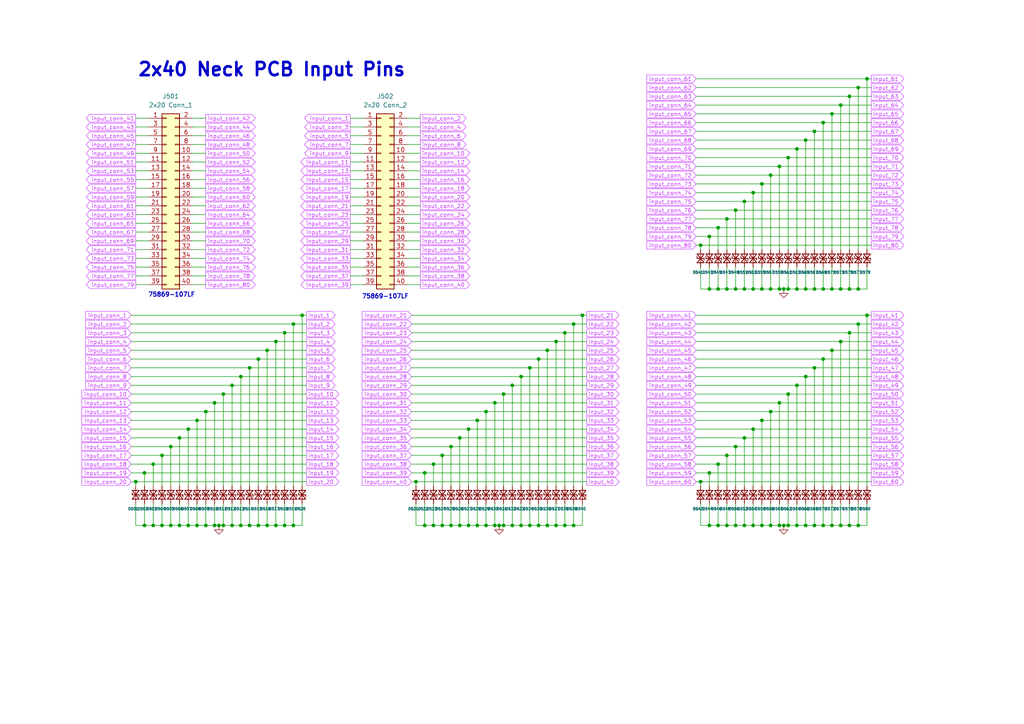
<source format=kicad_sch>
(kicad_sch (version 20231120) (generator "eeschema") (generator_version "8.0")
  (paper "A4")
  (junction (at 243.84 99.06))
  (junction (at 72.39 106.68))
  (junction (at 246.38 152.4))
  (junction (at 80.01 152.4))
  (junction (at 226.06 83.82))
  (junction (at 59.69 152.4))
  (junction (at 74.93 104.14))
  (junction (at 215.9 58.42))
  (junction (at 46.99 152.4))
  (junction (at 163.83 96.52))
  (junction (at 233.68 83.82))
  (junction (at 248.92 25.4))
  (junction (at 246.38 96.52))
  (junction (at 161.29 152.4))
  (junction (at 52.07 152.4))
  (junction (at 82.55 152.4))
  (junction (at 156.21 152.4))
  (junction (at 125.73 134.62))
  (junction (at 213.36 129.54))
  (junction (at 227.33 152.4))
  (junction (at 166.37 93.98))
  (junction (at 74.93 152.4))
  (junction (at 236.22 152.4))
  (junction (at 64.77 152.4))
  (junction (at 158.75 152.4))
  (junction (at 85.09 93.98))
  (junction (at 138.43 152.4))
  (junction (at 228.6 152.4))
  (junction (at 227.33 83.82))
  (junction (at 161.29 99.06))
  (junction (at 205.74 137.16))
  (junction (at 135.89 124.46))
  (junction (at 208.28 66.04))
  (junction (at 72.39 152.4))
  (junction (at 203.2 71.12))
  (junction (at 130.81 152.4))
  (junction (at 241.3 152.4))
  (junction (at 246.38 83.82))
  (junction (at 163.83 152.4))
  (junction (at 87.63 91.44))
  (junction (at 231.14 111.76))
  (junction (at 218.44 152.4))
  (junction (at 158.75 101.6))
  (junction (at 220.98 53.34))
  (junction (at 166.37 152.4))
  (junction (at 205.74 83.82))
  (junction (at 243.84 83.82))
  (junction (at 144.78 152.4))
  (junction (at 63.5 152.4))
  (junction (at 49.53 129.54))
  (junction (at 210.82 63.5))
  (junction (at 208.28 152.4))
  (junction (at 148.59 111.76))
  (junction (at 120.65 139.7))
  (junction (at 213.36 152.4))
  (junction (at 133.35 127))
  (junction (at 226.06 116.84))
  (junction (at 210.82 152.4))
  (junction (at 218.44 124.46))
  (junction (at 248.92 93.98))
  (junction (at 151.13 109.22))
  (junction (at 215.9 83.82))
  (junction (at 44.45 152.4))
  (junction (at 223.52 152.4))
  (junction (at 238.76 83.82))
  (junction (at 223.52 83.82))
  (junction (at 41.91 137.16))
  (junction (at 213.36 83.82))
  (junction (at 128.27 132.08))
  (junction (at 236.22 38.1))
  (junction (at 69.85 152.4))
  (junction (at 64.77 114.3))
  (junction (at 130.81 129.54))
  (junction (at 231.14 152.4))
  (junction (at 208.28 83.82))
  (junction (at 208.28 134.62))
  (junction (at 215.9 127))
  (junction (at 125.73 152.4))
  (junction (at 49.53 152.4))
  (junction (at 39.37 139.7))
  (junction (at 57.15 152.4))
  (junction (at 153.67 106.68))
  (junction (at 226.06 152.4))
  (junction (at 148.59 152.4))
  (junction (at 231.14 83.82))
  (junction (at 238.76 152.4))
  (junction (at 41.91 152.4))
  (junction (at 82.55 96.52))
  (junction (at 69.85 109.22))
  (junction (at 59.69 119.38))
  (junction (at 233.68 109.22))
  (junction (at 123.19 137.16))
  (junction (at 52.07 127))
  (junction (at 210.82 83.82))
  (junction (at 241.3 101.6))
  (junction (at 46.99 132.08))
  (junction (at 218.44 83.82))
  (junction (at 146.05 114.3))
  (junction (at 210.82 132.08))
  (junction (at 143.51 116.84))
  (junction (at 228.6 83.82))
  (junction (at 233.68 40.64))
  (junction (at 54.61 152.4))
  (junction (at 123.19 152.4))
  (junction (at 220.98 121.92))
  (junction (at 241.3 33.02))
  (junction (at 67.31 111.76))
  (junction (at 223.52 50.8))
  (junction (at 205.74 152.4))
  (junction (at 251.46 22.86))
  (junction (at 220.98 152.4))
  (junction (at 246.38 27.94))
  (junction (at 44.45 134.62))
  (junction (at 236.22 83.82))
  (junction (at 54.61 124.46))
  (junction (at 77.47 101.6))
  (junction (at 233.68 152.4))
  (junction (at 243.84 152.4))
  (junction (at 213.36 60.96))
  (junction (at 85.09 152.4))
  (junction (at 251.46 91.44))
  (junction (at 156.21 104.14))
  (junction (at 140.97 152.4))
  (junction (at 220.98 83.82))
  (junction (at 168.91 91.44))
  (junction (at 218.44 55.88))
  (junction (at 133.35 152.4))
  (junction (at 128.27 152.4))
  (junction (at 62.23 116.84))
  (junction (at 228.6 114.3))
  (junction (at 238.76 35.56))
  (junction (at 248.92 83.82))
  (junction (at 236.22 106.68))
  (junction (at 146.05 152.4))
  (junction (at 228.6 45.72))
  (junction (at 67.31 152.4))
  (junction (at 151.13 152.4))
  (junction (at 248.92 152.4))
  (junction (at 138.43 121.92))
  (junction (at 57.15 121.92))
  (junction (at 223.52 119.38))
  (junction (at 135.89 152.4))
  (junction (at 203.2 139.7))
  (junction (at 226.06 48.26))
  (junction (at 62.23 152.4))
  (junction (at 238.76 104.14))
  (junction (at 243.84 30.48))
  (junction (at 215.9 152.4))
  (junction (at 153.67 152.4))
  (junction (at 140.97 119.38))
  (junction (at 80.01 99.06))
  (junction (at 205.74 68.58))
  (junction (at 241.3 83.82))
  (junction (at 143.51 152.4))
  (junction (at 231.14 43.18))
  (junction (at 77.47 152.4))
  (wire (pts (xy 135.89 152.4) (xy 138.43 152.4)))
  (wire (pts (xy 130.81 129.54) (xy 130.81 140.97)))
  (wire (pts (xy 67.31 146.05) (xy 67.31 152.4)))
  (wire (pts (xy 118.11 41.91) (xy 121.92 41.91)))
  (wire (pts (xy 161.29 99.06) (xy 161.29 140.97)))
  (wire (pts (xy 163.83 96.52) (xy 170.18 96.52)))
  (wire (pts (xy 201.93 114.3) (xy 228.6 114.3)))
  (wire (pts (xy 55.88 41.91) (xy 59.69 41.91)))
  (wire (pts (xy 158.75 140.97) (xy 158.75 101.6)))
  (wire (pts (xy 55.88 82.55) (xy 59.69 82.55)))
  (wire (pts (xy 241.3 101.6) (xy 252.73 101.6)))
  (wire (pts (xy 236.22 152.4) (xy 238.76 152.4)))
  (wire (pts (xy 38.1 139.7) (xy 39.37 139.7)))
  (wire (pts (xy 64.77 114.3) (xy 88.9 114.3)))
  (wire (pts (xy 243.84 30.48) (xy 243.84 72.39)))
  (wire (pts (xy 151.13 140.97) (xy 151.13 109.22)))
  (wire (pts (xy 201.93 121.92) (xy 220.98 121.92)))
  (wire (pts (xy 201.93 106.68) (xy 236.22 106.68)))
  (wire (pts (xy 236.22 38.1) (xy 252.73 38.1)))
  (wire (pts (xy 241.3 72.39) (xy 241.3 33.02)))
  (wire (pts (xy 101.6 46.99) (xy 105.41 46.99)))
  (wire (pts (xy 119.38 119.38) (xy 140.97 119.38)))
  (wire (pts (xy 203.2 71.12) (xy 203.2 72.39)))
  (wire (pts (xy 77.47 140.97) (xy 77.47 101.6)))
  (wire (pts (xy 38.1 129.54) (xy 49.53 129.54)))
  (wire (pts (xy 119.38 121.92) (xy 138.43 121.92)))
  (wire (pts (xy 233.68 72.39) (xy 233.68 40.64)))
  (wire (pts (xy 101.6 57.15) (xy 105.41 57.15)))
  (wire (pts (xy 64.77 140.97) (xy 64.77 114.3)))
  (wire (pts (xy 251.46 72.39) (xy 251.46 22.86)))
  (wire (pts (xy 248.92 146.05) (xy 248.92 152.4)))
  (wire (pts (xy 39.37 36.83) (xy 43.18 36.83)))
  (wire (pts (xy 205.74 152.4) (xy 208.28 152.4)))
  (wire (pts (xy 201.93 127) (xy 215.9 127)))
  (wire (pts (xy 38.1 106.68) (xy 72.39 106.68)))
  (wire (pts (xy 101.6 59.69) (xy 105.41 59.69)))
  (wire (pts (xy 41.91 152.4) (xy 44.45 152.4)))
  (wire (pts (xy 243.84 146.05) (xy 243.84 152.4)))
  (wire (pts (xy 49.53 129.54) (xy 49.53 140.97)))
  (wire (pts (xy 55.88 54.61) (xy 59.69 54.61)))
  (wire (pts (xy 46.99 140.97) (xy 46.99 132.08)))
  (wire (pts (xy 55.88 69.85) (xy 59.69 69.85)))
  (wire (pts (xy 146.05 140.97) (xy 146.05 114.3)))
  (wire (pts (xy 39.37 74.93) (xy 43.18 74.93)))
  (wire (pts (xy 130.81 146.05) (xy 130.81 152.4)))
  (wire (pts (xy 38.1 91.44) (xy 87.63 91.44)))
  (wire (pts (xy 163.83 96.52) (xy 163.83 140.97)))
  (wire (pts (xy 215.9 127) (xy 215.9 140.97)))
  (wire (pts (xy 74.93 104.14) (xy 88.9 104.14)))
  (wire (pts (xy 201.93 104.14) (xy 238.76 104.14)))
  (wire (pts (xy 223.52 146.05) (xy 223.52 152.4)))
  (wire (pts (xy 85.09 93.98) (xy 88.9 93.98)))
  (wire (pts (xy 101.6 34.29) (xy 105.41 34.29)))
  (wire (pts (xy 39.37 82.55) (xy 43.18 82.55)))
  (wire (pts (xy 101.6 82.55) (xy 105.41 82.55)))
  (wire (pts (xy 101.6 74.93) (xy 105.41 74.93)))
  (wire (pts (xy 158.75 101.6) (xy 170.18 101.6)))
  (wire (pts (xy 125.73 146.05) (xy 125.73 152.4)))
  (wire (pts (xy 248.92 83.82) (xy 251.46 83.82)))
  (wire (pts (xy 74.93 146.05) (xy 74.93 152.4)))
  (wire (pts (xy 39.37 39.37) (xy 43.18 39.37)))
  (wire (pts (xy 151.13 152.4) (xy 148.59 152.4)))
  (wire (pts (xy 146.05 114.3) (xy 170.18 114.3)))
  (wire (pts (xy 208.28 66.04) (xy 252.73 66.04)))
  (wire (pts (xy 87.63 146.05) (xy 87.63 152.4)))
  (wire (pts (xy 118.11 36.83) (xy 121.92 36.83)))
  (wire (pts (xy 133.35 127) (xy 170.18 127)))
  (wire (pts (xy 41.91 137.16) (xy 88.9 137.16)))
  (wire (pts (xy 228.6 140.97) (xy 228.6 114.3)))
  (wire (pts (xy 228.6 146.05) (xy 228.6 152.4)))
  (wire (pts (xy 41.91 137.16) (xy 41.91 140.97)))
  (wire (pts (xy 59.69 146.05) (xy 59.69 152.4)))
  (wire (pts (xy 55.88 80.01) (xy 59.69 80.01)))
  (wire (pts (xy 119.38 114.3) (xy 146.05 114.3)))
  (wire (pts (xy 125.73 134.62) (xy 125.73 140.97)))
  (wire (pts (xy 243.84 99.06) (xy 243.84 140.97)))
  (wire (pts (xy 57.15 121.92) (xy 88.9 121.92)))
  (wire (pts (xy 138.43 146.05) (xy 138.43 152.4)))
  (wire (pts (xy 74.93 152.4) (xy 77.47 152.4)))
  (wire (pts (xy 201.93 132.08) (xy 210.82 132.08)))
  (wire (pts (xy 118.11 46.99) (xy 121.92 46.99)))
  (wire (pts (xy 38.1 127) (xy 52.07 127)))
  (wire (pts (xy 118.11 34.29) (xy 121.92 34.29)))
  (wire (pts (xy 156.21 146.05) (xy 156.21 152.4)))
  (wire (pts (xy 236.22 77.47) (xy 236.22 83.82)))
  (wire (pts (xy 201.93 63.5) (xy 210.82 63.5)))
  (wire (pts (xy 228.6 77.47) (xy 228.6 83.82)))
  (wire (pts (xy 226.06 83.82) (xy 227.33 83.82)))
  (wire (pts (xy 38.1 134.62) (xy 44.45 134.62)))
  (wire (pts (xy 123.19 137.16) (xy 123.19 140.97)))
  (wire (pts (xy 39.37 34.29) (xy 43.18 34.29)))
  (wire (pts (xy 118.11 54.61) (xy 121.92 54.61)))
  (wire (pts (xy 208.28 83.82) (xy 210.82 83.82)))
  (wire (pts (xy 248.92 25.4) (xy 248.92 72.39)))
  (wire (pts (xy 223.52 83.82) (xy 226.06 83.82)))
  (wire (pts (xy 220.98 53.34) (xy 220.98 72.39)))
  (wire (pts (xy 163.83 146.05) (xy 163.83 152.4)))
  (wire (pts (xy 151.13 109.22) (xy 170.18 109.22)))
  (wire (pts (xy 39.37 69.85) (xy 43.18 69.85)))
  (wire (pts (xy 218.44 55.88) (xy 252.73 55.88)))
  (wire (pts (xy 231.14 140.97) (xy 231.14 111.76)))
  (wire (pts (xy 236.22 83.82) (xy 238.76 83.82)))
  (wire (pts (xy 231.14 152.4) (xy 228.6 152.4)))
  (wire (pts (xy 128.27 152.4) (xy 130.81 152.4)))
  (wire (pts (xy 39.37 52.07) (xy 43.18 52.07)))
  (wire (pts (xy 231.14 72.39) (xy 231.14 43.18)))
  (wire (pts (xy 118.11 67.31) (xy 121.92 67.31)))
  (wire (pts (xy 118.11 82.55) (xy 121.92 82.55)))
  (wire (pts (xy 59.69 119.38) (xy 59.69 140.97)))
  (wire (pts (xy 120.65 139.7) (xy 170.18 139.7)))
  (wire (pts (xy 55.88 72.39) (xy 59.69 72.39)))
  (wire (pts (xy 118.11 59.69) (xy 121.92 59.69)))
  (wire (pts (xy 163.83 152.4) (xy 166.37 152.4)))
  (wire (pts (xy 166.37 93.98) (xy 170.18 93.98)))
  (wire (pts (xy 77.47 152.4) (xy 80.01 152.4)))
  (wire (pts (xy 38.1 121.92) (xy 57.15 121.92)))
  (wire (pts (xy 38.1 104.14) (xy 74.93 104.14)))
  (wire (pts (xy 119.38 106.68) (xy 153.67 106.68)))
  (wire (pts (xy 118.11 74.93) (xy 121.92 74.93)))
  (wire (pts (xy 213.36 129.54) (xy 213.36 140.97)))
  (wire (pts (xy 54.61 124.46) (xy 88.9 124.46)))
  (wire (pts (xy 233.68 140.97) (xy 233.68 109.22)))
  (wire (pts (xy 85.09 152.4) (xy 87.63 152.4)))
  (wire (pts (xy 210.82 146.05) (xy 210.82 152.4)))
  (wire (pts (xy 119.38 137.16) (xy 123.19 137.16)))
  (wire (pts (xy 205.74 137.16) (xy 205.74 140.97)))
  (wire (pts (xy 140.97 152.4) (xy 143.51 152.4)))
  (wire (pts (xy 119.38 132.08) (xy 128.27 132.08)))
  (wire (pts (xy 213.36 83.82) (xy 215.9 83.82)))
  (wire (pts (xy 54.61 146.05) (xy 54.61 152.4)))
  (wire (pts (xy 241.3 140.97) (xy 241.3 101.6)))
  (wire (pts (xy 215.9 77.47) (xy 215.9 83.82)))
  (wire (pts (xy 228.6 114.3) (xy 252.73 114.3)))
  (wire (pts (xy 69.85 146.05) (xy 69.85 152.4)))
  (wire (pts (xy 201.93 22.86) (xy 251.46 22.86)))
  (wire (pts (xy 201.93 68.58) (xy 205.74 68.58)))
  (wire (pts (xy 161.29 146.05) (xy 161.29 152.4)))
  (wire (pts (xy 72.39 152.4) (xy 74.93 152.4)))
  (wire (pts (xy 218.44 77.47) (xy 218.44 83.82)))
  (wire (pts (xy 201.93 116.84) (xy 226.06 116.84)))
  (wire (pts (xy 220.98 77.47) (xy 220.98 83.82)))
  (wire (pts (xy 123.19 146.05) (xy 123.19 152.4)))
  (wire (pts (xy 119.38 129.54) (xy 130.81 129.54)))
  (wire (pts (xy 226.06 72.39) (xy 226.06 48.26)))
  (wire (pts (xy 201.93 45.72) (xy 228.6 45.72)))
  (wire (pts (xy 201.93 43.18) (xy 231.14 43.18)))
  (wire (pts (xy 123.19 152.4) (xy 125.73 152.4)))
  (wire (pts (xy 119.38 127) (xy 133.35 127)))
  (wire (pts (xy 140.97 119.38) (xy 140.97 140.97)))
  (wire (pts (xy 246.38 83.82) (xy 248.92 83.82)))
  (wire (pts (xy 52.07 127) (xy 52.07 140.97)))
  (wire (pts (xy 208.28 77.47) (xy 208.28 83.82)))
  (wire (pts (xy 64.77 146.05) (xy 64.77 152.4)))
  (wire (pts (xy 39.37 80.01) (xy 43.18 80.01)))
  (wire (pts (xy 246.38 96.52) (xy 246.38 140.97)))
  (wire (pts (xy 130.81 152.4) (xy 133.35 152.4)))
  (wire (pts (xy 208.28 134.62) (xy 252.73 134.62)))
  (wire (pts (xy 161.29 152.4) (xy 163.83 152.4)))
  (wire (pts (xy 62.23 152.4) (xy 63.5 152.4)))
  (wire (pts (xy 55.88 49.53) (xy 59.69 49.53)))
  (wire (pts (xy 201.93 139.7) (xy 203.2 139.7)))
  (wire (pts (xy 220.98 121.92) (xy 220.98 140.97)))
  (wire (pts (xy 248.92 93.98) (xy 248.92 140.97)))
  (wire (pts (xy 101.6 69.85) (xy 105.41 69.85)))
  (wire (pts (xy 85.09 146.05) (xy 85.09 152.4)))
  (wire (pts (xy 210.82 77.47) (xy 210.82 83.82)))
  (wire (pts (xy 210.82 63.5) (xy 252.73 63.5)))
  (wire (pts (xy 118.11 62.23) (xy 121.92 62.23)))
  (wire (pts (xy 119.38 99.06) (xy 161.29 99.06)))
  (wire (pts (xy 80.01 146.05) (xy 80.01 152.4)))
  (wire (pts (xy 223.52 119.38) (xy 223.52 140.97)))
  (wire (pts (xy 128.27 140.97) (xy 128.27 132.08)))
  (wire (pts (xy 251.46 22.86) (xy 252.73 22.86)))
  (wire (pts (xy 119.38 93.98) (xy 166.37 93.98)))
  (wire (pts (xy 215.9 58.42) (xy 215.9 72.39)))
  (wire (pts (xy 201.93 27.94) (xy 246.38 27.94)))
  (wire (pts (xy 201.93 66.04) (xy 208.28 66.04)))
  (wire (pts (xy 82.55 96.52) (xy 88.9 96.52)))
  (wire (pts (xy 138.43 121.92) (xy 138.43 140.97)))
  (wire (pts (xy 82.55 146.05) (xy 82.55 152.4)))
  (wire (pts (xy 38.1 109.22) (xy 69.85 109.22)))
  (wire (pts (xy 39.37 64.77) (xy 43.18 64.77)))
  (wire (pts (xy 64.77 152.4) (xy 63.5 152.4)))
  (wire (pts (xy 226.06 146.05) (xy 226.06 152.4)))
  (wire (pts (xy 228.6 83.82) (xy 227.33 83.82)))
  (wire (pts (xy 251.46 91.44) (xy 252.73 91.44)))
  (wire (pts (xy 62.23 140.97) (xy 62.23 116.84)))
  (wire (pts (xy 153.67 152.4) (xy 156.21 152.4)))
  (wire (pts (xy 143.51 116.84) (xy 170.18 116.84)))
  (wire (pts (xy 213.36 77.47) (xy 213.36 83.82)))
  (wire (pts (xy 223.52 152.4) (xy 226.06 152.4)))
  (wire (pts (xy 233.68 77.47) (xy 233.68 83.82)))
  (wire (pts (xy 233.68 152.4) (xy 236.22 152.4)))
  (wire (pts (xy 201.93 60.96) (xy 213.36 60.96)))
  (wire (pts (xy 205.74 146.05) (xy 205.74 152.4)))
  (wire (pts (xy 201.93 53.34) (xy 220.98 53.34)))
  (wire (pts (xy 69.85 140.97) (xy 69.85 109.22)))
  (wire (pts (xy 55.88 57.15) (xy 59.69 57.15)))
  (wire (pts (xy 238.76 83.82) (xy 241.3 83.82)))
  (wire (pts (xy 205.74 77.47) (xy 205.74 83.82)))
  (wire (pts (xy 201.93 119.38) (xy 223.52 119.38)))
  (wire (pts (xy 156.21 152.4) (xy 158.75 152.4)))
  (wire (pts (xy 201.93 96.52) (xy 246.38 96.52)))
  (wire (pts (xy 55.88 34.29) (xy 59.69 34.29)))
  (wire (pts (xy 233.68 109.22) (xy 252.73 109.22)))
  (wire (pts (xy 120.65 146.05) (xy 120.65 152.4)))
  (wire (pts (xy 243.84 83.82) (xy 246.38 83.82)))
  (wire (pts (xy 203.2 139.7) (xy 252.73 139.7)))
  (wire (pts (xy 213.36 60.96) (xy 213.36 72.39)))
  (wire (pts (xy 218.44 55.88) (xy 218.44 72.39)))
  (wire (pts (xy 101.6 44.45) (xy 105.41 44.45)))
  (wire (pts (xy 208.28 66.04) (xy 208.28 72.39)))
  (wire (pts (xy 153.67 106.68) (xy 153.67 140.97)))
  (wire (pts (xy 243.84 152.4) (xy 246.38 152.4)))
  (wire (pts (xy 119.38 109.22) (xy 151.13 109.22)))
  (wire (pts (xy 135.89 124.46) (xy 170.18 124.46)))
  (wire (pts (xy 218.44 124.46) (xy 218.44 140.97)))
  (wire (pts (xy 52.07 127) (xy 88.9 127)))
  (wire (pts (xy 158.75 152.4) (xy 161.29 152.4)))
  (wire (pts (xy 55.88 46.99) (xy 59.69 46.99)))
  (wire (pts (xy 241.3 83.82) (xy 243.84 83.82)))
  (wire (pts (xy 133.35 146.05) (xy 133.35 152.4)))
  (wire (pts (xy 201.93 129.54) (xy 213.36 129.54)))
  (wire (pts (xy 238.76 152.4) (xy 241.3 152.4)))
  (wire (pts (xy 39.37 67.31) (xy 43.18 67.31)))
  (wire (pts (xy 236.22 38.1) (xy 236.22 72.39)))
  (wire (pts (xy 233.68 83.82) (xy 231.14 83.82)))
  (wire (pts (xy 205.74 137.16) (xy 252.73 137.16)))
  (wire (pts (xy 151.13 152.4) (xy 153.67 152.4)))
  (wire (pts (xy 55.88 74.93) (xy 59.69 74.93)))
  (wire (pts (xy 215.9 58.42) (xy 252.73 58.42)))
  (wire (pts (xy 208.28 152.4) (xy 210.82 152.4)))
  (wire (pts (xy 80.01 99.06) (xy 88.9 99.06)))
  (wire (pts (xy 243.84 30.48) (xy 252.73 30.48)))
  (wire (pts (xy 201.93 35.56) (xy 238.76 35.56)))
  (wire (pts (xy 203.2 77.47) (xy 203.2 83.82)))
  (wire (pts (xy 143.51 140.97) (xy 143.51 116.84)))
  (wire (pts (xy 251.46 146.05) (xy 251.46 152.4)))
  (wire (pts (xy 223.52 77.47) (xy 223.52 83.82)))
  (wire (pts (xy 241.3 146.05) (xy 241.3 152.4)))
  (wire (pts (xy 54.61 124.46) (xy 54.61 140.97)))
  (wire (pts (xy 119.38 134.62) (xy 125.73 134.62)))
  (wire (pts (xy 118.11 72.39) (xy 121.92 72.39)))
  (wire (pts (xy 41.91 146.05) (xy 41.91 152.4)))
  (wire (pts (xy 67.31 140.97) (xy 67.31 111.76)))
  (wire (pts (xy 201.93 38.1) (xy 236.22 38.1)))
  (wire (pts (xy 201.93 48.26) (xy 226.06 48.26)))
  (wire (pts (xy 74.93 104.14) (xy 74.93 140.97)))
  (wire (pts (xy 203.2 71.12) (xy 252.73 71.12)))
  (wire (pts (xy 55.88 52.07) (xy 59.69 52.07)))
  (wire (pts (xy 208.28 134.62) (xy 208.28 140.97)))
  (wire (pts (xy 248.92 152.4) (xy 251.46 152.4)))
  (wire (pts (xy 140.97 119.38) (xy 170.18 119.38)))
  (wire (pts (xy 123.19 137.16) (xy 170.18 137.16)))
  (wire (pts (xy 125.73 134.62) (xy 170.18 134.62)))
  (wire (pts (xy 201.93 99.06) (xy 243.84 99.06)))
  (wire (pts (xy 148.59 146.05) (xy 148.59 152.4)))
  (wire (pts (xy 233.68 146.05) (xy 233.68 152.4)))
  (wire (pts (xy 218.44 83.82) (xy 220.98 83.82)))
  (wire (pts (xy 210.82 140.97) (xy 210.82 132.08)))
  (wire (pts (xy 39.37 77.47) (xy 43.18 77.47)))
  (wire (pts (xy 243.84 99.06) (xy 252.73 99.06)))
  (wire (pts (xy 69.85 152.4) (xy 72.39 152.4)))
  (wire (pts (xy 153.67 146.05) (xy 153.67 152.4)))
  (wire (pts (xy 201.93 109.22) (xy 233.68 109.22)))
  (wire (pts (xy 246.38 96.52) (xy 252.73 96.52)))
  (wire (pts (xy 39.37 59.69) (xy 43.18 59.69)))
  (wire (pts (xy 226.06 140.97) (xy 226.06 116.84)))
  (wire (pts (xy 87.63 91.44) (xy 88.9 91.44)))
  (wire (pts (xy 246.38 27.94) (xy 252.73 27.94)))
  (wire (pts (xy 39.37 49.53) (xy 43.18 49.53)))
  (wire (pts (xy 138.43 121.92) (xy 170.18 121.92)))
  (wire (pts (xy 39.37 57.15) (xy 43.18 57.15)))
  (wire (pts (xy 59.69 152.4) (xy 62.23 152.4)))
  (wire (pts (xy 233.68 40.64) (xy 252.73 40.64)))
  (wire (pts (xy 238.76 77.47) (xy 238.76 83.82)))
  (wire (pts (xy 38.1 114.3) (xy 64.77 114.3)))
  (wire (pts (xy 72.39 106.68) (xy 88.9 106.68)))
  (wire (pts (xy 52.07 152.4) (xy 54.61 152.4)))
  (wire (pts (xy 62.23 116.84) (xy 88.9 116.84)))
  (wire (pts (xy 119.38 104.14) (xy 156.21 104.14)))
  (wire (pts (xy 223.52 119.38) (xy 252.73 119.38)))
  (wire (pts (xy 201.93 93.98) (xy 248.92 93.98)))
  (wire (pts (xy 148.59 152.4) (xy 146.05 152.4)))
  (wire (pts (xy 101.6 62.23) (xy 105.41 62.23)))
  (wire (pts (xy 101.6 52.07) (xy 105.41 52.07)))
  (wire (pts (xy 213.36 60.96) (xy 252.73 60.96)))
  (wire (pts (xy 55.88 39.37) (xy 59.69 39.37)))
  (wire (pts (xy 251.46 77.47) (xy 251.46 83.82)))
  (wire (pts (xy 39.37 54.61) (xy 43.18 54.61)))
  (wire (pts (xy 201.93 50.8) (xy 223.52 50.8)))
  (wire (pts (xy 248.92 25.4) (xy 252.73 25.4)))
  (wire (pts (xy 231.14 111.76) (xy 252.73 111.76)))
  (wire (pts (xy 246.38 152.4) (xy 248.92 152.4)))
  (wire (pts (xy 205.74 68.58) (xy 252.73 68.58)))
  (wire (pts (xy 210.82 72.39) (xy 210.82 63.5)))
  (wire (pts (xy 156.21 104.14) (xy 170.18 104.14)))
  (wire (pts (xy 39.37 139.7) (xy 88.9 139.7)))
  (wire (pts (xy 210.82 83.82) (xy 213.36 83.82)))
  (wire (pts (xy 231.14 43.18) (xy 252.73 43.18)))
  (wire (pts (xy 168.91 91.44) (xy 170.18 91.44)))
  (wire (pts (xy 101.6 72.39) (xy 105.41 72.39)))
  (wire (pts (xy 57.15 146.05) (xy 57.15 152.4)))
  (wire (pts (xy 39.37 139.7) (xy 39.37 140.97)))
  (wire (pts (xy 82.55 152.4) (xy 85.09 152.4)))
  (wire (pts (xy 201.93 134.62) (xy 208.28 134.62)))
  (wire (pts (xy 57.15 152.4) (xy 59.69 152.4)))
  (wire (pts (xy 39.37 72.39) (xy 43.18 72.39)))
  (wire (pts (xy 38.1 137.16) (xy 41.91 137.16)))
  (wire (pts (xy 251.46 140.97) (xy 251.46 91.44)))
  (wire (pts (xy 236.22 146.05) (xy 236.22 152.4)))
  (wire (pts (xy 133.35 127) (xy 133.35 140.97)))
  (wire (pts (xy 166.37 152.4) (xy 168.91 152.4)))
  (wire (pts (xy 118.11 44.45) (xy 121.92 44.45)))
  (wire (pts (xy 218.44 146.05) (xy 218.44 152.4)))
  (wire (pts (xy 85.09 93.98) (xy 85.09 140.97)))
  (wire (pts (xy 38.1 132.08) (xy 46.99 132.08)))
  (wire (pts (xy 135.89 124.46) (xy 135.89 140.97)))
  (wire (pts (xy 55.88 64.77) (xy 59.69 64.77)))
  (wire (pts (xy 201.93 30.48) (xy 243.84 30.48)))
  (wire (pts (xy 119.38 96.52) (xy 163.83 96.52)))
  (wire (pts (xy 77.47 146.05) (xy 77.47 152.4)))
  (wire (pts (xy 87.63 140.97) (xy 87.63 91.44)))
  (wire (pts (xy 238.76 35.56) (xy 238.76 72.39)))
  (wire (pts (xy 140.97 146.05) (xy 140.97 152.4)))
  (wire (pts (xy 158.75 146.05) (xy 158.75 152.4)))
  (wire (pts (xy 236.22 106.68) (xy 236.22 140.97)))
  (wire (pts (xy 168.91 140.97) (xy 168.91 91.44)))
  (wire (pts (xy 223.52 50.8) (xy 223.52 72.39)))
  (wire (pts (xy 201.93 58.42) (xy 215.9 58.42)))
  (wire (pts (xy 101.6 36.83) (xy 105.41 36.83)))
  (wire (pts (xy 46.99 152.4) (xy 49.53 152.4)))
  (wire (pts (xy 231.14 83.82) (xy 228.6 83.82)))
  (wire (pts (xy 49.53 129.54) (xy 88.9 129.54)))
  (wire (pts (xy 55.88 44.45) (xy 59.69 44.45)))
  (wire (pts (xy 226.06 152.4) (xy 227.33 152.4)))
  (wire (pts (xy 148.59 140.97) (xy 148.59 111.76)))
  (wire (pts (xy 161.29 99.06) (xy 170.18 99.06)))
  (wire (pts (xy 203.2 83.82) (xy 205.74 83.82)))
  (wire (pts (xy 201.93 91.44) (xy 251.46 91.44)))
  (wire (pts (xy 118.11 39.37) (xy 121.92 39.37)))
  (wire (pts (xy 138.43 152.4) (xy 140.97 152.4)))
  (wire (pts (xy 55.88 36.83) (xy 59.69 36.83)))
  (wire (pts (xy 203.2 146.05) (xy 203.2 152.4)))
  (wire (pts (xy 52.07 146.05) (xy 52.07 152.4)))
  (wire (pts (xy 233.68 152.4) (xy 231.14 152.4)))
  (wire (pts (xy 166.37 146.05) (xy 166.37 152.4)))
  (wire (pts (xy 118.11 77.47) (xy 121.92 77.47)))
  (wire (pts (xy 118.11 80.01) (xy 121.92 80.01)))
  (wire (pts (xy 201.93 124.46) (xy 218.44 124.46)))
  (wire (pts (xy 62.23 146.05) (xy 62.23 152.4)))
  (wire (pts (xy 55.88 77.47) (xy 59.69 77.47)))
  (wire (pts (xy 101.6 49.53) (xy 105.41 49.53)))
  (wire (pts (xy 57.15 121.92) (xy 57.15 140.97)))
  (wire (pts (xy 215.9 152.4) (xy 218.44 152.4)))
  (wire (pts (xy 215.9 127) (xy 252.73 127)))
  (wire (pts (xy 39.37 146.05) (xy 39.37 152.4)))
  (wire (pts (xy 241.3 152.4) (xy 243.84 152.4)))
  (wire (pts (xy 220.98 83.82) (xy 223.52 83.82)))
  (wire (pts (xy 46.99 132.08) (xy 88.9 132.08)))
  (wire (pts (xy 238.76 104.14) (xy 252.73 104.14)))
  (wire (pts (xy 80.01 152.4) (xy 82.55 152.4)))
  (wire (pts (xy 228.6 152.4) (xy 227.33 152.4)))
  (wire (pts (xy 215.9 146.05) (xy 215.9 152.4)))
  (wire (pts (xy 218.44 124.46) (xy 252.73 124.46)))
  (wire (pts (xy 220.98 121.92) (xy 252.73 121.92)))
  (wire (pts (xy 118.11 49.53) (xy 121.92 49.53)))
  (wire (pts (xy 210.82 152.4) (xy 213.36 152.4)))
  (wire (pts (xy 220.98 152.4) (xy 223.52 152.4)))
  (wire (pts (xy 153.67 106.68) (xy 170.18 106.68)))
  (wire (pts (xy 39.37 152.4) (xy 41.91 152.4)))
  (wire (pts (xy 228.6 72.39) (xy 228.6 45.72)))
  (wire (pts (xy 72.39 146.05) (xy 72.39 152.4)))
  (wire (pts (xy 44.45 152.4) (xy 46.99 152.4)))
  (wire (pts (xy 38.1 93.98) (xy 85.09 93.98)))
  (wire (pts (xy 55.88 59.69) (xy 59.69 59.69)))
  (wire (pts (xy 201.93 33.02) (xy 241.3 33.02)))
  (wire (pts (xy 223.52 50.8) (xy 252.73 50.8)))
  (wire (pts (xy 213.36 152.4) (xy 215.9 152.4)))
  (wire (pts (xy 166.37 93.98) (xy 166.37 140.97)))
  (wire (pts (xy 243.84 77.47) (xy 243.84 83.82)))
  (wire (pts (xy 46.99 146.05) (xy 46.99 152.4)))
  (wire (pts (xy 201.93 137.16) (xy 205.74 137.16)))
  (wire (pts (xy 146.05 146.05) (xy 146.05 152.4)))
  (wire (pts (xy 119.38 139.7) (xy 120.65 139.7)))
  (wire (pts (xy 241.3 77.47) (xy 241.3 83.82)))
  (wire (pts (xy 246.38 77.47) (xy 246.38 83.82)))
  (wire (pts (xy 38.1 111.76) (xy 67.31 111.76)))
  (wire (pts (xy 218.44 152.4) (xy 220.98 152.4)))
  (wire (pts (xy 38.1 96.52) (xy 82.55 96.52)))
  (wire (pts (xy 201.93 71.12) (xy 203.2 71.12)))
  (wire (pts (xy 241.3 33.02) (xy 252.73 33.02)))
  (wire (pts (xy 119.38 111.76) (xy 148.59 111.76)))
  (wire (pts (xy 213.36 129.54) (xy 252.73 129.54)))
  (wire (pts (xy 208.28 146.05) (xy 208.28 152.4)))
  (wire (pts (xy 119.38 116.84) (xy 143.51 116.84)))
  (wire (pts (xy 119.38 124.46) (xy 135.89 124.46)))
  (wire (pts (xy 220.98 53.34) (xy 252.73 53.34)))
  (wire (pts (xy 120.65 152.4) (xy 123.19 152.4)))
  (wire (pts (xy 210.82 132.08) (xy 252.73 132.08)))
  (wire (pts (xy 148.59 111.76) (xy 170.18 111.76)))
  (wire (pts (xy 238.76 35.56) (xy 252.73 35.56)))
  (wire (pts (xy 143.51 146.05) (xy 143.51 152.4)))
  (wire (pts (xy 80.01 99.06) (xy 80.01 140.97)))
  (wire (pts (xy 205.74 83.82) (xy 208.28 83.82)))
  (wire (pts (xy 128.27 132.08) (xy 170.18 132.08)))
  (wire (pts (xy 44.45 146.05) (xy 44.45 152.4)))
  (wire (pts (xy 69.85 109.22) (xy 88.9 109.22)))
  (wire (pts (xy 248.92 77.47) (xy 248.92 83.82)))
  (wire (pts (xy 39.37 41.91) (xy 43.18 41.91)))
  (wire (pts (xy 59.69 119.38) (xy 88.9 119.38)))
  (wire (pts (xy 39.37 62.23) (xy 43.18 62.23)))
  (wire (pts (xy 55.88 67.31) (xy 59.69 67.31)))
  (wire (pts (xy 72.39 106.68) (xy 72.39 140.97)))
  (wire (pts (xy 205.74 68.58) (xy 205.74 72.39)))
  (wire (pts (xy 67.31 152.4) (xy 64.77 152.4)))
  (wire (pts (xy 49.53 152.4) (xy 52.07 152.4)))
  (wire (pts (xy 38.1 119.38) (xy 59.69 119.38)))
  (wire (pts (xy 215.9 83.82) (xy 218.44 83.82)))
  (wire (pts (xy 201.93 101.6) (xy 241.3 101.6)))
  (wire (pts (xy 44.45 134.62) (xy 44.45 140.97)))
  (wire (pts (xy 231.14 77.47) (xy 231.14 83.82)))
  (wire (pts (xy 226.06 77.47) (xy 226.06 83.82)))
  (wire (pts (xy 38.1 99.06) (xy 80.01 99.06)))
  (wire (pts (xy 101.6 41.91) (xy 105.41 41.91)))
  (wire (pts (xy 201.93 25.4) (xy 248.92 25.4)))
  (wire (pts (xy 231.14 146.05) (xy 231.14 152.4)))
  (wire (pts (xy 233.68 83.82) (xy 236.22 83.82)))
  (wire (pts (xy 101.6 67.31) (xy 105.41 67.31)))
  (wire (pts (xy 39.37 46.99) (xy 43.18 46.99)))
  (wire (pts (xy 133.35 152.4) (xy 135.89 152.4)))
  (wire (pts (xy 118.11 69.85) (xy 121.92 69.85)))
  (wire (pts (xy 38.1 124.46) (xy 54.61 124.46)))
  (wire (pts (xy 203.2 152.4) (xy 205.74 152.4)))
  (wire (pts (xy 236.22 106.68) (xy 252.73 106.68)))
  (wire (pts (xy 118.11 52.07) (xy 121.92 52.07)))
  (wire (pts (xy 201.93 40.64) (xy 233.68 40.64)))
  (wire (pts (xy 120.65 139.7) (xy 120.65 140.97)))
  (wire (pts (xy 101.6 77.47) (xy 105.41 77.47)))
  (wire (pts (xy 118.11 57.15) (xy 121.92 57.15)))
  (wire (pts (xy 248.92 93.98) (xy 252.73 93.98)))
  (wire (pts (xy 201.93 111.76) (xy 231.14 111.76)))
  (wire (pts (xy 128.27 146.05) (xy 128.27 152.4)))
  (wire (pts (xy 203.2 139.7) (xy 203.2 140.97)))
  (wire (pts (xy 125.73 152.4) (xy 128.27 152.4)))
  (wire (pts (xy 238.76 146.05) (xy 238.76 152.4)))
  (wire (pts (xy 69.85 152.4) (xy 67.31 152.4)))
  (wire (pts (xy 39.37 44.45) (xy 43.18 44.45)))
  (wire (pts (xy 44.45 134.62) (xy 88.9 134.62)))
  (wire (pts (xy 38.1 101.6) (xy 77.47 101.6)))
  (wire (pts (xy 135.89 146.05) (xy 135.89 152.4)))
  (wire (pts (xy 168.91 146.05) (xy 168.91 152.4)))
  (wire (pts (xy 226.06 48.26) (xy 252.73 48.26)))
  (wire (pts (xy 101.6 80.01) (xy 105.41 80.01)))
  (wire (pts (xy 49.53 146.05) (xy 49.53 152.4)))
  (wire (pts (xy 101.6 64.77) (xy 105.41 64.77)))
  (wire (pts (xy 130.81 129.54) (xy 170.18 129.54)))
  (wire (pts (xy 38.1 116.84) (xy 62.23 116.84)))
  (wire (pts (xy 119.38 101.6) (xy 158.75 101.6)))
  (wire (pts (xy 101.6 39.37) (xy 105.41 39.37)))
  (wire (pts (xy 101.6 54.61) (xy 105.41 54.61)))
  (wire (pts (xy 143.51 152.4) (xy 144.78 152.4)))
  (wire (pts (xy 82.55 96.52) (xy 82.55 140.97)))
  (wire (pts (xy 246.38 146.05) (xy 246.38 152.4)))
  (wire (pts (xy 226.06 116.84) (xy 252.73 116.84)))
  (wire (pts (xy 213.36 146.05) (xy 213.36 152.4)))
  (wire (pts (xy 118.11 64.77) (xy 121.92 64.77)))
  (wire (pts (xy 146.05 152.4) (xy 144.78 152.4)))
  (wire (pts (xy 220.98 146.05) (xy 220.98 152.4)))
  (wire (pts (xy 54.61 152.4) (xy 57.15 152.4)))
  (wire (pts (xy 77.47 101.6) (xy 88.9 101.6)))
  (wire (pts (xy 151.13 146.05) (xy 151.13 152.4)))
  (wire (pts (xy 246.38 27.94) (xy 246.38 72.39)))
  (wire (pts (xy 156.21 104.14) (xy 156.21 140.97)))
  (wire (pts (xy 201.93 55.88) (xy 218.44 55.88)))
  (wire (pts (xy 55.88 62.23) (xy 59.69 62.23)))
  (wire (pts (xy 238.76 104.14) (xy 238.76 140.97)))
  (wire (pts (xy 119.38 91.44) (xy 168.91 91.44)))
  (wire (pts (xy 67.31 111.76) (xy 88.9 111.76)))
  (wire (pts (xy 228.6 45.72) (xy 252.73 45.72)))
  (text "\n75869-107LF\n" (at 111.76 85.09 0) (effects (font (size 1.27 1.27) (thickness 0.254) (bold yes))))
  (text "2x40 Neck PCB Input Pins " (at 80.264 20.32 0) (effects (font (size 3.81 3.81) (thickness 0.762) (bold yes))))
  (text "\n75869-107LF\n" (at 49.784 84.582 0) (effects (font (size 1.27 1.27) (thickness 0.254) (bold yes))))
  (global_label "input_63" (shape output) (at 252.73 27.94 0) (effects (font (size 1.143 1.143) (thickness 0.1111))) (property "Intersheetrefs" "${INTERSHEET_REFS}" (effects (hide yes))))
  (global_label "input_31" (shape output) (at 170.18 116.84 0) (effects (font (size 1.143 1.143) (thickness 0.1111))) (property "Intersheetrefs" "${INTERSHEET_REFS}" (effects (hide yes))))
  (global_label "input_23" (shape output) (at 170.18 96.52 0) (effects (font (size 1.143 1.143) (thickness 0.1111))) (property "Intersheetrefs" "${INTERSHEET_REFS}" (effects (hide yes))))
  (global_label "input_conn_13" (shape input) (at 38.1 121.92 180) (effects (font (size 1.143 1.143) (thickness 0.1111))) (property "Intersheetrefs" "${INTERSHEET_REFS}" (effects (hide yes))))
  (global_label "input_conn_18" (shape input) (at 38.1 134.62 180) (effects (font (size 1.143 1.143) (thickness 0.1111))) (property "Intersheetrefs" "${INTERSHEET_REFS}" (effects (hide yes))))
  (global_label "input_48" (shape output) (at 252.73 109.22 0) (effects (font (size 1.143 1.143) (thickness 0.1111))) (property "Intersheetrefs" "${INTERSHEET_REFS}" (effects (hide yes))))
  (global_label "input_conn_6" (shape output) (at 121.92 39.37 0) (effects (font (size 1.143 1.143) (thickness 0.1111))) (property "Intersheetrefs" "${INTERSHEET_REFS}" (effects (hide yes))))
  (global_label "input_60" (shape output) (at 252.73 139.7 0) (effects (font (size 1.143 1.143) (thickness 0.1111))) (property "Intersheetrefs" "${INTERSHEET_REFS}" (effects (hide yes))))
  (global_label "input_conn_42" (shape input) (at 201.93 93.98 180) (effects (font (size 1.143 1.143) (thickness 0.1111))) (property "Intersheetrefs" "${INTERSHEET_REFS}" (effects (hide yes))))
  (global_label "input_conn_68" (shape input) (at 201.93 40.64 180) (effects (font (size 1.143 1.143) (thickness 0.1111))) (property "Intersheetrefs" "${INTERSHEET_REFS}" (effects (hide yes))))
  (global_label "input_conn_54" (shape input) (at 201.93 124.46 180) (effects (font (size 1.143 1.143) (thickness 0.1111))) (property "Intersheetrefs" "${INTERSHEET_REFS}" (effects (hide yes))))
  (global_label "input_9" (shape output) (at 88.9 111.76 0) (effects (font (size 1.143 1.143) (thickness 0.1111))) (property "Intersheetrefs" "${INTERSHEET_REFS}" (effects (hide yes))))
  (global_label "input_conn_21" (shape output) (at 101.6 59.69 180) (effects (font (size 1.143 1.143) (thickness 0.1111))) (property "Intersheetrefs" "${INTERSHEET_REFS}" (effects (hide yes))))
  (global_label "input_conn_69" (shape output) (at 39.37 69.85 180) (effects (font (size 1.143 1.143) (thickness 0.1111))) (property "Intersheetrefs" "${INTERSHEET_REFS}" (effects (hide yes))))
  (global_label "input_39" (shape output) (at 170.18 137.16 0) (effects (font (size 1.143 1.143) (thickness 0.1111))) (property "Intersheetrefs" "${INTERSHEET_REFS}" (effects (hide yes))))
  (global_label "input_conn_39" (shape output) (at 101.6 82.55 180) (effects (font (size 1.143 1.143) (thickness 0.1111))) (property "Intersheetrefs" "${INTERSHEET_REFS}" (effects (hide yes))))
  (global_label "input_conn_35" (shape output) (at 101.6 77.47 180) (effects (font (size 1.143 1.143) (thickness 0.1111))) (property "Intersheetrefs" "${INTERSHEET_REFS}" (effects (hide yes))))
  (global_label "input_24" (shape output) (at 170.18 99.06 0) (effects (font (size 1.143 1.143) (thickness 0.1111))) (property "Intersheetrefs" "${INTERSHEET_REFS}" (effects (hide yes))))
  (global_label "input_conn_64" (shape input) (at 201.93 30.48 180) (effects (font (size 1.143 1.143) (thickness 0.1111))) (property "Intersheetrefs" "${INTERSHEET_REFS}" (effects (hide yes))))
  (global_label "input_conn_8" (shape output) (at 121.92 41.91 0) (effects (font (size 1.143 1.143) (thickness 0.1111))) (property "Intersheetrefs" "${INTERSHEET_REFS}" (effects (hide yes))))
  (global_label "input_20" (shape output) (at 88.9 139.7 0) (effects (font (size 1.143 1.143) (thickness 0.1111))) (property "Intersheetrefs" "${INTERSHEET_REFS}" (effects (hide yes))))
  (global_label "input_18" (shape output) (at 88.9 134.62 0) (effects (font (size 1.143 1.143) (thickness 0.1111))) (property "Intersheetrefs" "${INTERSHEET_REFS}" (effects (hide yes))))
  (global_label "input_conn_36" (shape output) (at 121.92 77.47 0) (effects (font (size 1.143 1.143) (thickness 0.1111))) (property "Intersheetrefs" "${INTERSHEET_REFS}" (effects (hide yes))))
  (global_label "input_71" (shape output) (at 252.73 48.26 0) (effects (font (size 1.143 1.143) (thickness 0.1111))) (property "Intersheetrefs" "${INTERSHEET_REFS}" (effects (hide yes))))
  (global_label "input_52" (shape output) (at 252.73 119.38 0) (effects (font (size 1.143 1.143) (thickness 0.1111))) (property "Intersheetrefs" "${INTERSHEET_REFS}" (effects (hide yes))))
  (global_label "input_conn_38" (shape input) (at 119.38 134.62 180) (effects (font (size 1.143 1.143) (thickness 0.1111))) (property "Intersheetrefs" "${INTERSHEET_REFS}" (effects (hide yes))))
  (global_label "input_conn_31" (shape output) (at 101.6 72.39 180) (effects (font (size 1.143 1.143) (thickness 0.1111))) (property "Intersheetrefs" "${INTERSHEET_REFS}" (effects (hide yes))))
  (global_label "input_29" (shape output) (at 170.18 111.76 0) (effects (font (size 1.143 1.143) (thickness 0.1111))) (property "Intersheetrefs" "${INTERSHEET_REFS}" (effects (hide yes))))
  (global_label "input_69" (shape output) (at 252.73 43.18 0) (effects (font (size 1.143 1.143) (thickness 0.1111))) (property "Intersheetrefs" "${INTERSHEET_REFS}" (effects (hide yes))))
  (global_label "input_28" (shape output) (at 170.18 109.22 0) (effects (font (size 1.143 1.143) (thickness 0.1111))) (property "Intersheetrefs" "${INTERSHEET_REFS}" (effects (hide yes))))
  (global_label "input_3" (shape output) (at 88.9 96.52 0) (effects (font (size 1.143 1.143) (thickness 0.1111))) (property "Intersheetrefs" "${INTERSHEET_REFS}" (effects (hide yes))))
  (global_label "input_conn_70" (shape output) (at 59.69 69.85 0) (effects (font (size 1.143 1.143) (thickness 0.1111))) (property "Intersheetrefs" "${INTERSHEET_REFS}" (effects (hide yes))))
  (global_label "input_conn_50" (shape output) (at 59.69 44.45 0) (effects (font (size 1.143 1.143) (thickness 0.1111))) (property "Intersheetrefs" "${INTERSHEET_REFS}" (effects (hide yes))))
  (global_label "input_74" (shape output) (at 252.73 55.88 0) (effects (font (size 1.143 1.143) (thickness 0.1111))) (property "Intersheetrefs" "${INTERSHEET_REFS}" (effects (hide yes))))
  (global_label "input_conn_29" (shape input) (at 119.38 111.76 180) (effects (font (size 1.143 1.143) (thickness 0.1111))) (property "Intersheetrefs" "${INTERSHEET_REFS}" (effects (hide yes))))
  (global_label "input_7" (shape output) (at 88.9 106.68 0) (effects (font (size 1.143 1.143) (thickness 0.1111))) (property "Intersheetrefs" "${INTERSHEET_REFS}" (effects (hide yes))))
  (global_label "input_41" (shape output) (at 252.73 91.44 0) (effects (font (size 1.143 1.143) (thickness 0.1111))) (property "Intersheetrefs" "${INTERSHEET_REFS}" (effects (hide yes))))
  (global_label "input_conn_32" (shape input) (at 119.38 119.38 180) (effects (font (size 1.143 1.143) (thickness 0.1111))) (property "Intersheetrefs" "${INTERSHEET_REFS}" (effects (hide yes))))
  (global_label "input_10" (shape output) (at 88.9 114.3 0) (effects (font (size 1.143 1.143) (thickness 0.1111))) (property "Intersheetrefs" "${INTERSHEET_REFS}" (effects (hide yes))))
  (global_label "input_conn_34" (shape input) (at 119.38 124.46 180) (effects (font (size 1.143 1.143) (thickness 0.1111))) (property "Intersheetrefs" "${INTERSHEET_REFS}" (effects (hide yes))))
  (global_label "input_53" (shape output) (at 252.73 121.92 0) (effects (font (size 1.143 1.143) (thickness 0.1111))) (property "Intersheetrefs" "${INTERSHEET_REFS}" (effects (hide yes))))
  (global_label "input_conn_33" (shape input) (at 119.38 121.92 180) (effects (font (size 1.143 1.143) (thickness 0.1111))) (property "Intersheetrefs" "${INTERSHEET_REFS}" (effects (hide yes))))
  (global_label "input_conn_9" (shape output) (at 101.6 44.45 180) (effects (font (size 1.143 1.143) (thickness 0.1111))) (property "Intersheetrefs" "${INTERSHEET_REFS}" (effects (hide yes))))
  (global_label "input_conn_20" (shape output) (at 121.92 57.15 0) (effects (font (size 1.143 1.143) (thickness 0.1111))) (property "Intersheetrefs" "${INTERSHEET_REFS}" (effects (hide yes))))
  (global_label "input_4" (shape output) (at 88.9 99.06 0) (effects (font (size 1.143 1.143) (thickness 0.1111))) (property "Intersheetrefs" "${INTERSHEET_REFS}" (effects (hide yes))))
  (global_label "input_17" (shape output) (at 88.9 132.08 0) (effects (font (size 1.143 1.143) (thickness 0.1111))) (property "Intersheetrefs" "${INTERSHEET_REFS}" (effects (hide yes))))
  (global_label "input_32" (shape output) (at 170.18 119.38 0) (effects (font (size 1.143 1.143) (thickness 0.1111))) (property "Intersheetrefs" "${INTERSHEET_REFS}" (effects (hide yes))))
  (global_label "input_conn_53" (shape input) (at 201.93 121.92 180) (effects (font (size 1.143 1.143) (thickness 0.1111))) (property "Intersheetrefs" "${INTERSHEET_REFS}" (effects (hide yes))))
  (global_label "input_conn_60" (shape input) (at 201.93 139.7 180) (effects (font (size 1.143 1.143) (thickness 0.1111))) (property "Intersheetrefs" "${INTERSHEET_REFS}" (effects (hide yes))))
  (global_label "input_1" (shape output) (at 88.9 91.44 0) (effects (font (size 1.143 1.143) (thickness 0.1111))) (property "Intersheetrefs" "${INTERSHEET_REFS}" (effects (hide yes))))
  (global_label "input_conn_71" (shape input) (at 201.93 48.26 180) (effects (font (size 1.143 1.143) (thickness 0.1111))) (property "Intersheetrefs" "${INTERSHEET_REFS}" (effects (hide yes))))
  (global_label "input_conn_6" (shape input) (at 38.1 104.14 180) (effects (font (size 1.143 1.143) (thickness 0.1111))) (property "Intersheetrefs" "${INTERSHEET_REFS}" (effects (hide yes))))
  (global_label "input_conn_37" (shape input) (at 119.38 132.08 180) (effects (font (size 1.143 1.143) (thickness 0.1111))) (property "Intersheetrefs" "${INTERSHEET_REFS}" (effects (hide yes))))
  (global_label "input_conn_18" (shape output) (at 121.92 54.61 0) (effects (font (size 1.143 1.143) (thickness 0.1111))) (property "Intersheetrefs" "${INTERSHEET_REFS}" (effects (hide yes))))
  (global_label "input_conn_20" (shape input) (at 38.1 139.7 180) (effects (font (size 1.143 1.143) (thickness 0.1111))) (property "Intersheetrefs" "${INTERSHEET_REFS}" (effects (hide yes))))
  (global_label "input_33" (shape output) (at 170.18 121.92 0) (effects (font (size 1.143 1.143) (thickness 0.1111))) (property "Intersheetrefs" "${INTERSHEET_REFS}" (effects (hide yes))))
  (global_label "input_13" (shape output) (at 88.9 121.92 0) (effects (font (size 1.143 1.143) (thickness 0.1111))) (property "Intersheetrefs" "${INTERSHEET_REFS}" (effects (hide yes))))
  (global_label "input_conn_22" (shape input) (at 119.38 93.98 180) (effects (font (size 1.143 1.143) (thickness 0.1111))) (property "Intersheetrefs" "${INTERSHEET_REFS}" (effects (hide yes))))
  (global_label "input_36" (shape output) (at 170.18 129.54 0) (effects (font (size 1.143 1.143) (thickness 0.1111))) (property "Intersheetrefs" "${INTERSHEET_REFS}" (effects (hide yes))))
  (global_label "input_conn_4" (shape output) (at 121.92 36.83 0) (effects (font (size 1.143 1.143) (thickness 0.1111))) (property "Intersheetrefs" "${INTERSHEET_REFS}" (effects (hide yes))))
  (global_label "input_conn_48" (shape output) (at 59.69 41.91 0) (effects (font (size 1.143 1.143) (thickness 0.1111))) (property "Intersheetrefs" "${INTERSHEET_REFS}" (effects (hide yes))))
  (global_label "input_conn_16" (shape input) (at 38.1 129.54 180) (effects (font (size 1.143 1.143) (thickness 0.1111))) (property "Intersheetrefs" "${INTERSHEET_REFS}" (effects (hide yes))))
  (global_label "input_conn_43" (shape input) (at 201.93 96.52 180) (effects (font (size 1.143 1.143) (thickness 0.1111))) (property "Intersheetrefs" "${INTERSHEET_REFS}" (effects (hide yes))))
  (global_label "input_58" (shape output) (at 252.73 134.62 0) (effects (font (size 1.143 1.143) (thickness 0.1111))) (property "Intersheetrefs" "${INTERSHEET_REFS}" (effects (hide yes))))
  (global_label "input_16" (shape output) (at 88.9 129.54 0) (effects (font (size 1.143 1.143) (thickness 0.1111))) (property "Intersheetrefs" "${INTERSHEET_REFS}" (effects (hide yes))))
  (global_label "input_conn_41" (shape input) (at 201.93 91.44 180) (effects (font (size 1.143 1.143) (thickness 0.1111))) (property "Intersheetrefs" "${INTERSHEET_REFS}" (effects (hide yes))))
  (global_label "input_conn_63" (shape output) (at 39.37 62.23 180) (effects (font (size 1.143 1.143) (thickness 0.1111))) (property "Intersheetrefs" "${INTERSHEET_REFS}" (effects (hide yes))))
  (global_label "input_conn_60" (shape output) (at 59.69 57.15 0) (effects (font (size 1.143 1.143) (thickness 0.1111))) (property "Intersheetrefs" "${INTERSHEET_REFS}" (effects (hide yes))))
  (global_label "input_conn_9" (shape input) (at 38.1 111.76 180) (effects (font (size 1.143 1.143) (thickness 0.1111))) (property "Intersheetrefs" "${INTERSHEET_REFS}" (effects (hide yes))))
  (global_label "input_55" (shape output) (at 252.73 127 0) (effects (font (size 1.143 1.143) (thickness 0.1111))) (property "Intersheetrefs" "${INTERSHEET_REFS}" (effects (hide yes))))
  (global_label "input_conn_38" (shape output) (at 121.92 80.01 0) (effects (font (size 1.143 1.143) (thickness 0.1111))) (property "Intersheetrefs" "${INTERSHEET_REFS}" (effects (hide yes))))
  (global_label "input_conn_75" (shape input) (at 201.93 58.42 180) (effects (font (size 1.143 1.143) (thickness 0.1111))) (property "Intersheetrefs" "${INTERSHEET_REFS}" (effects (hide yes))))
  (global_label "input_conn_15" (shape input) (at 38.1 127 180) (effects (font (size 1.143 1.143) (thickness 0.1111))) (property "Intersheetrefs" "${INTERSHEET_REFS}" (effects (hide yes))))
  (global_label "input_57" (shape output) (at 252.73 132.08 0) (effects (font (size 1.143 1.143) (thickness 0.1111))) (property "Intersheetrefs" "${INTERSHEET_REFS}" (effects (hide yes))))
  (global_label "input_conn_80" (shape input) (at 201.93 71.12 180) (effects (font (size 1.143 1.143) (thickness 0.1111))) (property "Intersheetrefs" "${INTERSHEET_REFS}" (effects (hide yes))))
  (global_label "input_78" (shape output) (at 252.73 66.04 0) (effects (font (size 1.143 1.143) (thickness 0.1111))) (property "Intersheetrefs" "${INTERSHEET_REFS}" (effects (hide yes))))
  (global_label "input_conn_54" (shape output) (at 59.69 49.53 0) (effects (font (size 1.143 1.143) (thickness 0.1111))) (property "Intersheetrefs" "${INTERSHEET_REFS}" (effects (hide yes))))
  (global_label "input_46" (shape output) (at 252.73 104.14 0) (effects (font (size 1.143 1.143) (thickness 0.1111))) (property "Intersheetrefs" "${INTERSHEET_REFS}" (effects (hide yes))))
  (global_label "input_77" (shape output) (at 252.73 63.5 0) (effects (font (size 1.143 1.143) (thickness 0.1111))) (property "Intersheetrefs" "${INTERSHEET_REFS}" (effects (hide yes))))
  (global_label "input_conn_56" (shape input) (at 201.93 129.54 180) (effects (font (size 1.143 1.143) (thickness 0.1111))) (property "Intersheetrefs" "${INTERSHEET_REFS}" (effects (hide yes))))
  (global_label "input_conn_72" (shape output) (at 59.69 72.39 0) (effects (font (size 1.143 1.143) (thickness 0.1111))) (property "Intersheetrefs" "${INTERSHEET_REFS}" (effects (hide yes))))
  (global_label "input_47" (shape output) (at 252.73 106.68 0) (effects (font (size 1.143 1.143) (thickness 0.1111))) (property "Intersheetrefs" "${INTERSHEET_REFS}" (effects (hide yes))))
  (global_label "input_67" (shape output) (at 252.73 38.1 0) (effects (font (size 1.143 1.143) (thickness 0.1111))) (property "Intersheetrefs" "${INTERSHEET_REFS}" (effects (hide yes))))
  (global_label "input_conn_59" (shape output) (at 39.37 57.15 180) (effects (font (size 1.143 1.143) (thickness 0.1111))) (property "Intersheetrefs" "${INTERSHEET_REFS}" (effects (hide yes))))
  (global_label "input_76" (shape output) (at 252.73 60.96 0) (effects (font (size 1.143 1.143) (thickness 0.1111))) (property "Intersheetrefs" "${INTERSHEET_REFS}" (effects (hide yes))))
  (global_label "input_conn_58" (shape input) (at 201.93 134.62 180) (effects (font (size 1.143 1.143) (thickness 0.1111))) (property "Intersheetrefs" "${INTERSHEET_REFS}" (effects (hide yes))))
  (global_label "input_40" (shape output) (at 170.18 139.7 0) (effects (font (size 1.143 1.143) (thickness 0.1111))) (property "Intersheetrefs" "${INTERSHEET_REFS}" (effects (hide yes))))
  (global_label "input_conn_19" (shape input) (at 38.1 137.16 180) (effects (font (size 1.143 1.143) (thickness 0.1111))) (property "Intersheetrefs" "${INTERSHEET_REFS}" (effects (hide yes))))
  (global_label "input_conn_3" (shape output) (at 101.6 36.83 180) (effects (font (size 1.143 1.143) (thickness 0.1111))) (property "Intersheetrefs" "${INTERSHEET_REFS}" (effects (hide yes))))
  (global_label "input_42" (shape output) (at 252.73 93.98 0) (effects (font (size 1.143 1.143) (thickness 0.1111))) (property "Intersheetrefs" "${INTERSHEET_REFS}" (effects (hide yes))))
  (global_label "input_conn_70" (shape input) (at 201.93 45.72 180) (effects (font (size 1.143 1.143) (thickness 0.1111))) (property "Intersheetrefs" "${INTERSHEET_REFS}" (effects (hide yes))))
  (global_label "input_conn_5" (shape input) (at 38.1 101.6 180) (effects (font (size 1.143 1.143) (thickness 0.1111))) (property "Intersheetrefs" "${INTERSHEET_REFS}" (effects (hide yes))))
  (global_label "input_conn_35" (shape input) (at 119.38 127 180) (effects (font (size 1.143 1.143) (thickness 0.1111))) (property "Intersheetrefs" "${INTERSHEET_REFS}" (effects (hide yes))))
  (global_label "input_conn_78" (shape output) (at 59.69 80.01 0) (effects (font (size 1.143 1.143) (thickness 0.1111))) (property "Intersheetrefs" "${INTERSHEET_REFS}" (effects (hide yes))))
  (global_label "input_conn_14" (shape output) (at 121.92 49.53 0) (effects (font (size 1.143 1.143) (thickness 0.1111))) (property "Intersheetrefs" "${INTERSHEET_REFS}" (effects (hide yes))))
  (global_label "input_conn_57" (shape input) (at 201.93 132.08 180) (effects (font (size 1.143 1.143) (thickness 0.1111))) (property "Intersheetrefs" "${INTERSHEET_REFS}" (effects (hide yes))))
  (global_label "input_conn_76" (shape output) (at 59.69 77.47 0) (effects (font (size 1.143 1.143) (thickness 0.1111))) (property "Intersheetrefs" "${INTERSHEET_REFS}" (effects (hide yes))))
  (global_label "input_conn_26" (shape input) (at 119.38 104.14 180) (effects (font (size 1.143 1.143) (thickness 0.1111))) (property "Intersheetrefs" "${INTERSHEET_REFS}" (effects (hide yes))))
  (global_label "input_conn_27" (shape output) (at 101.6 67.31 180) (effects (font (size 1.143 1.143) (thickness 0.1111))) (property "Intersheetrefs" "${INTERSHEET_REFS}" (effects (hide yes))))
  (global_label "input_conn_67" (shape output) (at 39.37 67.31 180) (effects (font (size 1.143 1.143) (thickness 0.1111))) (property "Intersheetrefs" "${INTERSHEET_REFS}" (effects (hide yes))))
  (global_label "input_conn_15" (shape output) (at 101.6 52.07 180) (effects (font (size 1.143 1.143) (thickness 0.1111))) (property "Intersheetrefs" "${INTERSHEET_REFS}" (effects (hide yes))))
  (global_label "input_11" (shape output) (at 88.9 116.84 0) (effects (font (size 1.143 1.143) (thickness 0.1111))) (property "Intersheetrefs" "${INTERSHEET_REFS}" (effects (hide yes))))
  (global_label "input_conn_43" (shape output) (at 39.37 36.83 180) (effects (font (size 1.143 1.143) (thickness 0.1111))) (property "Intersheetrefs" "${INTERSHEET_REFS}" (effects (hide yes))))
  (global_label "input_59" (shape output) (at 252.73 137.16 0) (effects (font (size 1.143 1.143) (thickness 0.1111))) (property "Intersheetrefs" "${INTERSHEET_REFS}" (effects (hide yes))))
  (global_label "input_conn_10" (shape input) (at 38.1 114.3 180) (effects (font (size 1.143 1.143) (thickness 0.1111))) (property "Intersheetrefs" "${INTERSHEET_REFS}" (effects (hide yes))))
  (global_label "input_conn_67" (shape input) (at 201.93 38.1 180) (effects (font (size 1.143 1.143) (thickness 0.1111))) (property "Intersheetrefs" "${INTERSHEET_REFS}" (effects (hide yes))))
  (global_label "input_conn_19" (shape output) (at 101.6 57.15 180) (effects (font (size 1.143 1.143) (thickness 0.1111))) (property "Intersheetrefs" "${INTERSHEET_REFS}" (effects (hide yes))))
  (global_label "input_conn_29" (shape output) (at 101.6 69.85 180) (effects (font (size 1.143 1.143) (thickness 0.1111))) (property "Intersheetrefs" "${INTERSHEET_REFS}" (effects (hide yes))))
  (global_label "input_conn_13" (shape output) (at 101.6 49.53 180) (effects (font (size 1.143 1.143) (thickness 0.1111))) (property "Intersheetrefs" "${INTERSHEET_REFS}" (effects (hide yes))))
  (global_label "input_conn_7" (shape input) (at 38.1 106.68 180) (effects (font (size 1.143 1.143) (thickness 0.1111))) (property "Intersheetrefs" "${INTERSHEET_REFS}" (effects (hide yes))))
  (global_label "input_conn_4" (shape input) (at 38.1 99.06 180) (effects (font (size 1.143 1.143) (thickness 0.1111))) (property "Intersheetrefs" "${INTERSHEET_REFS}" (effects (hide yes))))
  (global_label "input_conn_30" (shape output) (at 121.92 69.85 0) (effects (font (size 1.143 1.143) (thickness 0.1111))) (property "Intersheetrefs" "${INTERSHEET_REFS}" (effects (hide yes))))
  (global_label "input_5" (shape output) (at 88.9 101.6 0) (effects (font (size 1.143 1.143) (thickness 0.1111))) (property "Intersheetrefs" "${INTERSHEET_REFS}" (effects (hide yes))))
  (global_label "input_conn_11" (shape input) (at 38.1 116.84 180) (effects (font (size 1.143 1.143) (thickness 0.1111))) (property "Intersheetrefs" "${INTERSHEET_REFS}" (effects (hide yes))))
  (global_label "input_conn_76" (shape input) (at 201.93 60.96 180) (effects (font (size 1.143 1.143) (thickness 0.1111))) (property "Intersheetrefs" "${INTERSHEET_REFS}" (effects (hide yes))))
  (global_label "input_70" (shape output) (at 252.73 45.72 0) (effects (font (size 1.143 1.143) (thickness 0.1111))) (property "Intersheetrefs" "${INTERSHEET_REFS}" (effects (hide yes))))
  (global_label "input_21" (shape output) (at 170.18 91.44 0) (effects (font (size 1.143 1.143) (thickness 0.1111))) (property "Intersheetrefs" "${INTERSHEET_REFS}" (effects (hide yes))))
  (global_label "input_conn_36" (shape input) (at 119.38 129.54 180) (effects (font (size 1.143 1.143) (thickness 0.1111))) (property "Intersheetrefs" "${INTERSHEET_REFS}" (effects (hide yes))))
  (global_label "input_conn_12" (shape output) (at 121.92 46.99 0) (effects (font (size 1.143 1.143) (thickness 0.1111))) (property "Intersheetrefs" "${INTERSHEET_REFS}" (effects (hide yes))))
  (global_label "input_conn_24" (shape input) (at 119.38 99.06 180) (effects (font (size 1.143 1.143) (thickness 0.1111))) (property "Intersheetrefs" "${INTERSHEET_REFS}" (effects (hide yes))))
  (global_label "input_conn_12" (shape input) (at 38.1 119.38 180) (effects (font (size 1.143 1.143) (thickness 0.1111))) (property "Intersheetrefs" "${INTERSHEET_REFS}" (effects (hide yes))))
  (global_label "input_conn_48" (shape input) (at 201.93 109.22 180) (effects (font (size 1.143 1.143) (thickness 0.1111))) (property "Intersheetrefs" "${INTERSHEET_REFS}" (effects (hide yes))))
  (global_label "input_conn_8" (shape input) (at 38.1 109.22 180) (effects (font (size 1.143 1.143) (thickness 0.1111))) (property "Intersheetrefs" "${INTERSHEET_REFS}" (effects (hide yes))))
  (global_label "input_conn_33" (shape output) (at 101.6 74.93 180) (effects (font (size 1.143 1.143) (thickness 0.1111))) (property "Intersheetrefs" "${INTERSHEET_REFS}" (effects (hide yes))))
  (global_label "input_conn_25" (shape input) (at 119.38 101.6 180) (effects (font (size 1.143 1.143) (thickness 0.1111))) (property "Intersheetrefs" "${INTERSHEET_REFS}" (effects (hide yes))))
  (global_label "input_43" (shape output) (at 252.73 96.52 0) (effects (font (size 1.143 1.143) (thickness 0.1111))) (property "Intersheetrefs" "${INTERSHEET_REFS}" (effects (hide yes))))
  (global_label "input_38" (shape output) (at 170.18 134.62 0) (effects (font (size 1.143 1.143) (thickness 0.1111))) (property "Intersheetrefs" "${INTERSHEET_REFS}" (effects (hide yes))))
  (global_label "input_conn_61" (shape input) (at 201.93 22.86 180) (effects (font (size 1.143 1.143) (thickness 0.1111))) (property "Intersheetrefs" "${INTERSHEET_REFS}" (effects (hide yes))))
  (global_label "input_conn_63" (shape input) (at 201.93 27.94 180) (effects (font (size 1.143 1.143) (thickness 0.1111))) (property "Intersheetrefs" "${INTERSHEET_REFS}" (effects (hide yes))))
  (global_label "input_49" (shape output) (at 252.73 111.76 0) (effects (font (size 1.143 1.143) (thickness 0.1111))) (property "Intersheetrefs" "${INTERSHEET_REFS}" (effects (hide yes))))
  (global_label "input_conn_26" (shape output) (at 121.92 64.77 0) (effects (font (size 1.143 1.143) (thickness 0.1111))) (property "Intersheetrefs" "${INTERSHEET_REFS}" (effects (hide yes))))
  (global_label "input_conn_74" (shape input) (at 201.93 55.88 180) (effects (font (size 1.143 1.143) (thickness 0.1111))) (property "Intersheetrefs" "${INTERSHEET_REFS}" (effects (hide yes))))
  (global_label "input_72" (shape output) (at 252.73 50.8 0) (effects (font (size 1.143 1.143) (thickness 0.1111))) (property "Intersheetrefs" "${INTERSHEET_REFS}" (effects (hide yes))))
  (global_label "input_26" (shape output) (at 170.18 104.14 0) (effects (font (size 1.143 1.143) (thickness 0.1111))) (property "Intersheetrefs" "${INTERSHEET_REFS}" (effects (hide yes))))
  (global_label "input_conn_68" (shape output) (at 59.69 67.31 0) (effects (font (size 1.143 1.143) (thickness 0.1111))) (property "Intersheetrefs" "${INTERSHEET_REFS}" (effects (hide yes))))
  (global_label "input_conn_25" (shape output) (at 101.6 64.77 180) (effects (font (size 1.143 1.143) (thickness 0.1111))) (property "Intersheetrefs" "${INTERSHEET_REFS}" (effects (hide yes))))
  (global_label "input_conn_42" (shape output) (at 59.69 34.29 0) (effects (font (size 1.143 1.143) (thickness 0.1111))) (property "Intersheetrefs" "${INTERSHEET_REFS}" (effects (hide yes))))
  (global_label "input_conn_53" (shape output) (at 39.37 49.53 180) (effects (font (size 1.143 1.143) (thickness 0.1111))) (property "Intersheetrefs" "${INTERSHEET_REFS}" (effects (hide yes))))
  (global_label "input_conn_74" (shape output) (at 59.69 74.93 0) (effects (font (size 1.143 1.143) (thickness 0.1111))) (property "Intersheetrefs" "${INTERSHEET_REFS}" (effects (hide yes))))
  (global_label "input_conn_5" (shape output) (at 101.6 39.37 180) (effects (font (size 1.143 1.143) (thickness 0.1111))) (property "Intersheetrefs" "${INTERSHEET_REFS}" (effects (hide yes))))
  (global_label "input_conn_72" (shape input) (at 201.93 50.8 180) (effects (font (size 1.143 1.143) (thickness 0.1111))) (property "Intersheetrefs" "${INTERSHEET_REFS}" (effects (hide yes))))
  (global_label "input_conn_65" (shape output) (at 39.37 64.77 180) (effects (font (size 1.143 1.143) (thickness 0.1111))) (property "Intersheetrefs" "${INTERSHEET_REFS}" (effects (hide yes))))
  (global_label "input_30" (shape output) (at 170.18 114.3 0) (effects (font (size 1.143 1.143) (thickness 0.1111))) (property "Intersheetrefs" "${INTERSHEET_REFS}" (effects (hide yes))))
  (global_label "input_62" (shape output) (at 252.73 25.4 0) (effects (font (size 1.143 1.143) (thickness 0.1111))) (property "Intersheetrefs" "${INTERSHEET_REFS}" (effects (hide yes))))
  (global_label "input_conn_57" (shape output) (at 39.37 54.61 180) (effects (font (size 1.143 1.143) (thickness 0.1111))) (property "Intersheetrefs" "${INTERSHEET_REFS}" (effects (hide yes))))
  (global_label "input_conn_62" (shape input) (at 201.93 25.4 180) (effects (font (size 1.143 1.143) (thickness 0.1111))) (property "Intersheetrefs" "${INTERSHEET_REFS}" (effects (hide yes))))
  (global_label "input_conn_45" (shape input) (at 201.93 101.6 180) (effects (font (size 1.143 1.143) (thickness 0.1111))) (property "Intersheetrefs" "${INTERSHEET_REFS}" (effects (hide yes))))
  (global_label "input_35" (shape output) (at 170.18 127 0) (effects (font (size 1.143 1.143) (thickness 0.1111))) (property "Intersheetrefs" "${INTERSHEET_REFS}" (effects (hide yes))))
  (global_label "input_conn_47" (shape input) (at 201.93 106.68 180) (effects (font (size 1.143 1.143) (thickness 0.1111))) (property "Intersheetrefs" "${INTERSHEET_REFS}" (effects (hide yes))))
  (global_label "input_conn_52" (shape output) (at 59.69 46.99 0) (effects (font (size 1.143 1.143) (thickness 0.1111))) (property "Intersheetrefs" "${INTERSHEET_REFS}" (effects (hide yes))))
  (global_label "input_22" (shape output) (at 170.18 93.98 0) (effects (font (size 1.143 1.143) (thickness 0.1111))) (property "Intersheetrefs" "${INTERSHEET_REFS}" (effects (hide yes))))
  (global_label "input_conn_24" (shape output) (at 121.92 62.23 0) (effects (font (size 1.143 1.143) (thickness 0.1111))) (property "Intersheetrefs" "${INTERSHEET_REFS}" (effects (hide yes))))
  (global_label "input_conn_49" (shape output) (at 39.37 44.45 180) (effects (font (size 1.143 1.143) (thickness 0.1111))) (property "Intersheetrefs" "${INTERSHEET_REFS}" (effects (hide yes))))
  (global_label "input_12" (shape output) (at 88.9 119.38 0) (effects (font (size 1.143 1.143) (thickness 0.1111))) (property "Intersheetrefs" "${INTERSHEET_REFS}" (effects (hide yes))))
  (global_label "input_25" (shape output) (at 170.18 101.6 0) (effects (font (size 1.143 1.143) (thickness 0.1111))) (property "Intersheetrefs" "${INTERSHEET_REFS}" (effects (hide yes))))
  (global_label "input_80" (shape output) (at 252.73 71.12 0) (effects (font (size 1.143 1.143) (thickness 0.1111))) (property "Intersheetrefs" "${INTERSHEET_REFS}" (effects (hide yes))))
  (global_label "input_75" (shape output) (at 252.73 58.42 0) (effects (font (size 1.143 1.143) (thickness 0.1111))) (property "Intersheetrefs" "${INTERSHEET_REFS}" (effects (hide yes))))
  (global_label "input_conn_75" (shape output) (at 39.37 77.47 180) (effects (font (size 1.143 1.143) (thickness 0.1111))) (property "Intersheetrefs" "${INTERSHEET_REFS}" (effects (hide yes))))
  (global_label "input_conn_77" (shape output) (at 39.37 80.01 180) (effects (font (size 1.143 1.143) (thickness 0.1111))) (property "Intersheetrefs" "${INTERSHEET_REFS}" (effects (hide yes))))
  (global_label "input_conn_16" (shape output) (at 121.92 52.07 0) (effects (font (size 1.143 1.143) (thickness 0.1111))) (property "Intersheetrefs" "${INTERSHEET_REFS}" (effects (hide yes))))
  (global_label "input_conn_11" (shape output) (at 101.6 46.99 180) (effects (font (size 1.143 1.143) (thickness 0.1111))) (property "Intersheetrefs" "${INTERSHEET_REFS}" (effects (hide yes))))
  (global_label "input_conn_65" (shape input) (at 201.93 33.02 180) (effects (font (size 1.143 1.143) (thickness 0.1111))) (property "Intersheetrefs" "${INTERSHEET_REFS}" (effects (hide yes))))
  (global_label "input_conn_61" (shape output) (at 39.37 59.69 180) (effects (font (size 1.143 1.143) (thickness 0.1111))) (property "Intersheetrefs" "${INTERSHEET_REFS}" (effects (hide yes))))
  (global_label "input_conn_34" (shape output) (at 121.92 74.93 0) (effects (font (size 1.143 1.143) (thickness 0.1111))) (property "Intersheetrefs" "${INTERSHEET_REFS}" (effects (hide yes))))
  (global_label "input_conn_58" (shape output) (at 59.69 54.61 0) (effects (font (size 1.143 1.143) (thickness 0.1111))) (property "Intersheetrefs" "${INTERSHEET_REFS}" (effects (hide yes))))
  (global_label "input_conn_40" (shape input) (at 119.38 139.7 180) (effects (font (size 1.143 1.143) (thickness 0.1111))) (property "Intersheetrefs" "${INTERSHEET_REFS}" (effects (hide yes))))
  (global_label "input_66" (shape output) (at 252.73 35.56 0) (effects (font (size 1.143 1.143) (thickness 0.1111))) (property "Intersheetrefs" "${INTERSHEET_REFS}" (effects (hide yes))))
  (global_label "input_conn_31" (shape input) (at 119.38 116.84 180) (effects (font (size 1.143 1.143) (thickness 0.1111))) (property "Intersheetrefs" "${INTERSHEET_REFS}" (effects (hide yes))))
  (global_label "input_conn_1" (shape input) (at 38.1 91.44 180) (effects (font (size 1.143 1.143) (thickness 0.1111))) (property "Intersheetrefs" "${INTERSHEET_REFS}" (effects (hide yes))))
  (global_label "input_conn_51" (shape output) (at 39.37 46.99 180) (effects (font (size 1.143 1.143) (thickness 0.1111))) (property "Intersheetrefs" "${INTERSHEET_REFS}" (effects (hide yes))))
  (global_label "input_14" (shape output) (at 88.9 124.46 0) (effects (font (size 1.143 1.143) (thickness 0.1111))) (property "Intersheetrefs" "${INTERSHEET_REFS}" (effects (hide yes))))
  (global_label "input_conn_73" (shape output) (at 39.37 74.93 180) (effects (font (size 1.143 1.143) (thickness 0.1111))) (property "Intersheetrefs" "${INTERSHEET_REFS}" (effects (hide yes))))
  (global_label "input_conn_49" (shape input) (at 201.93 111.76 180) (effects (font (size 1.143 1.143) (thickness 0.1111))) (property "Intersheetrefs" "${INTERSHEET_REFS}" (effects (hide yes))))
  (global_label "input_conn_52" (shape input) (at 201.93 119.38 180) (effects (font (size 1.143 1.143) (thickness 0.1111))) (property "Intersheetrefs" "${INTERSHEET_REFS}" (effects (hide yes))))
  (global_label "input_19" (shape output) (at 88.9 137.16 0) (effects (font (size 1.143 1.143) (thickness 0.1111))) (property "Intersheetrefs" "${INTERSHEET_REFS}" (effects (hide yes))))
  (global_label "input_15" (shape output) (at 88.9 127 0) (effects (font (size 1.143 1.143) (thickness 0.1111))) (property "Intersheetrefs" "${INTERSHEET_REFS}" (effects (hide yes))))
  (global_label "input_conn_2" (shape input) (at 38.1 93.98 180) (effects (font (size 1.143 1.143) (thickness 0.1111))) (property "Intersheetrefs" "${INTERSHEET_REFS}" (effects (hide yes))))
  (global_label "input_conn_45" (shape output) (at 39.37 39.37 180) (effects (font (size 1.143 1.143) (thickness 0.1111))) (property "Intersheetrefs" "${INTERSHEET_REFS}" (effects (hide yes))))
  (global_label "input_conn_64" (shape output) (at 59.69 62.23 0) (effects (font (size 1.143 1.143) (thickness 0.1111))) (property "Intersheetrefs" "${INTERSHEET_REFS}" (effects (hide yes))))
  (global_label "input_conn_22" (shape output) (at 121.92 59.69 0) (effects (font (size 1.143 1.143) (thickness 0.1111))) (property "Intersheetrefs" "${INTERSHEET_REFS}" (effects (hide yes))))
  (global_label "input_conn_27" (shape input) (at 119.38 106.68 180) (effects (font (size 1.143 1.143) (thickness 0.1111))) (property "Intersheetrefs" "${INTERSHEET_REFS}" (effects (hide yes))))
  (global_label "input_conn_23" (shape output) (at 101.6 62.23 180) (effects (font (size 1.143 1.143) (thickness 0.1111))) (property "Intersheetrefs" "${INTERSHEET_REFS}" (effects (hide yes))))
  (global_label "input_44" (shape output) (at 252.73 99.06 0) (effects (font (size 1.143 1.143) (thickness 0.1111))) (property "Intersheetrefs" "${INTERSHEET_REFS}" (effects (hide yes))))
  (global_label "input_conn_46" (shape output) (at 59.69 39.37 0) (effects (font (size 1.143 1.143) (thickness 0.1111))) (property "Intersheetrefs" "${INTERSHEET_REFS}" (effects (hide yes))))
  (global_label "input_conn_32" (shape output) (at 121.92 72.39 0) (effects (font (size 1.143 1.143) (thickness 0.1111))) (property "Intersheetrefs" "${INTERSHEET_REFS}" (effects (hide yes))))
  (global_label "input_conn_77" (shape input) (at 201.93 63.5 180) (effects (font (size 1.143 1.143) (thickness 0.1111))) (property "Intersheetrefs" "${INTERSHEET_REFS}" (effects (hide yes))))
  (global_label "input_conn_66" (shape input) (at 201.93 35.56 180) (effects (font (size 1.143 1.143) (thickness 0.1111))) (property "Intersheetrefs" "${INTERSHEET_REFS}" (effects (hide yes))))
  (global_label "input_conn_14" (shape input) (at 38.1 124.46 180) (effects (font (size 1.143 1.143) (thickness 0.1111))) (property "Intersheetrefs" "${INTERSHEET_REFS}" (effects (hide yes))))
  (global_label "input_conn_69" (shape input) (at 201.93 43.18 180) (effects (font (size 1.143 1.143) (thickness 0.1111))) (property "Intersheetrefs" "${INTERSHEET_REFS}" (effects (hide yes))))
  (global_label "input_68" (shape output) (at 252.73 40.64 0) (effects (font (size 1.143 1.143) (thickness 0.1111))) (property "Intersheetrefs" "${INTERSHEET_REFS}" (effects (hide yes))))
  (global_label "input_65" (shape output) (at 252.73 33.02 0) (effects (font (size 1.143 1.143) (thickness 0.1111))) (property "Intersheetrefs" "${INTERSHEET_REFS}" (effects (hide yes))))
  (global_label "input_conn_73" (shape input) (at 201.93 53.34 180) (effects (font (size 1.143 1.143) (thickness 0.1111))) (property "Intersheetrefs" "${INTERSHEET_REFS}" (effects (hide yes))))
  (global_label "input_conn_78" (shape input) (at 201.93 66.04 180) (effects (font (size 1.143 1.143) (thickness 0.1111))) (property "Intersheetrefs" "${INTERSHEET_REFS}" (effects (hide yes))))
  (global_label "input_51" (shape output) (at 252.73 116.84 0) (effects (font (size 1.143 1.143) (thickness 0.1111))) (property "Intersheetrefs" "${INTERSHEET_REFS}" (effects (hide yes))))
  (global_label "input_conn_56" (shape output) (at 59.69 52.07 0) (effects (font (size 1.143 1.143) (thickness 0.1111))) (property "Intersheetrefs" "${INTERSHEET_REFS}" (effects (hide yes))))
  (global_label "input_conn_44" (shape input) (at 201.93 99.06 180) (effects (font (size 1.143 1.143) (thickness 0.1111))) (property "Intersheetrefs" "${INTERSHEET_REFS}" (effects (hide yes))))
  (global_label "input_conn_3" (shape input) (at 38.1 96.52 180) (effects (font (size 1.143 1.143) (thickness 0.1111))) (property "Intersheetrefs" "${INTERSHEET_REFS}" (effects (hide yes))))
  (global_label "input_64" (shape output) (at 252.73 30.48 0) (effects (font (size 1.143 1.143) (thickness 0.1111))) (property "Intersheetrefs" "${INTERSHEET_REFS}" (effects (hide yes))))
  (global_label "input_conn_59" (shape input) (at 201.93 137.16 180) (effects (font (size 1.143 1.143) (thickness 0.1111))) (property "Intersheetrefs" "${INTERSHEET_REFS}" (effects (hide yes))))
  (global_label "input_conn_10" (shape output) (at 121.92 44.45 0) (effects (font (size 1.143 1.143) (thickness 0.1111))) (property "Intersheetrefs" "${INTERSHEET_REFS}" (effects (hide yes))))
  (global_label "input_37" (shape output) (at 170.18 132.08 0) (effects (font (size 1.143 1.143) (thickness 0.1111))) (property "Intersheetrefs" "${INTERSHEET_REFS}" (effects (hide yes))))
  (global_label "input_34" (shape output) (at 170.18 124.46 0) (effects (font (size 1.143 1.143) (thickness 0.1111))) (property "Intersheetrefs" "${INTERSHEET_REFS}" (effects (hide yes))))
  (global_label "input_45" (shape output) (at 252.73 101.6 0) (effects (font (size 1.143 1.143) (thickness 0.1111))) (property "Intersheetrefs" "${INTERSHEET_REFS}" (effects (hide yes))))
  (global_label "input_conn_28" (shape output) (at 121.92 67.31 0) (effects (font (size 1.143 1.143) (thickness 0.1111))) (property "Intersheetrefs" "${INTERSHEET_REFS}" (effects (hide yes))))
  (global_label "input_conn_2" (shape output) (at 121.92 34.29 0) (effects (font (size 1.143 1.143) (thickness 0.1111))) (property "Intersheetrefs" "${INTERSHEET_REFS}" (effects (hide yes))))
  (global_label "input_conn_44" (shape output) (at 59.69 36.83 0) (effects (font (size 1.143 1.143) (thickness 0.1111))) (property "Intersheetrefs" "${INTERSHEET_REFS}" (effects (hide yes))))
  (global_label "input_conn_39" (shape input) (at 119.38 137.16 180) (effects (font (size 1.143 1.143) (thickness 0.1111))) (property "Intersheetrefs" "${INTERSHEET_REFS}" (effects (hide yes))))
  (global_label "input_conn_28" (shape input) (at 119.38 109.22 180) (effects (font (size 1.143 1.143) (thickness 0.1111))) (property "Intersheetrefs" "${INTERSHEET_REFS}" (effects (hide yes))))
  (global_label "input_6" (shape output) (at 88.9 104.14 0) (effects (font (size 1.143 1.143) (thickness 0.1111))) (property "Intersheetrefs" "${INTERSHEET_REFS}" (effects (hide yes))))
  (global_label "input_conn_55" (shape input) (at 201.93 127 180) (effects (font (size 1.143 1.143) (thickness 0.1111))) (property "Intersheetrefs" "${INTERSHEET_REFS}" (effects (hide yes))))
  (global_label "input_2" (shape output) (at 88.9 93.98 0) (effects (font (size 1.143 1.143) (thickness 0.1111))) (property "Intersheetrefs" "${INTERSHEET_REFS}" (effects (hide yes))))
  (global_label "input_conn_50" (shape input) (at 201.93 114.3 180) (effects (font (size 1.143 1.143) (thickness 0.1111))) (property "Intersheetrefs" "${INTERSHEET_REFS}" (effects (hide yes))))
  (global_label "input_27" (shape output) (at 170.18 106.68 0) (effects (font (size 1.143 1.143) (thickness 0.1111))) (property "Intersheetrefs" "${INTERSHEET_REFS}" (effects (hide yes))))
  (global_label "input_conn_41" (shape output) (at 39.37 34.29 180) (effects (font (size 1.143 1.143) (thickness 0.1111))) (property "Intersheetrefs" "${INTERSHEET_REFS}" (effects (hide yes))))
  (global_label "input_conn_30" (shape input) (at 119.38 114.3 180) (effects (font (size 1.143 1.143) (thickness 0.1111))) (property "Intersheetrefs" "${INTERSHEET_REFS}" (effects (hide yes))))
  (global_label "input_56" (shape output) (at 252.73 129.54 0) (effects (font (size 1.143 1.143) (thickness 0.1111))) (property "Intersheetrefs" "${INTERSHEET_REFS}" (effects (hide yes))))
  (global_label "input_79" (shape output) (at 252.73 68.58 0) (effects (font (size 1.143 1.143) (thickness 0.1111))) (property "Intersheetrefs" "${INTERSHEET_REFS}" (effects (hide yes))))
  (global_label "input_conn_66" (shape output) (at 59.69 64.77 0) (effects (font (size 1.143 1.143) (thickness 0.1111))) (property "Intersheetrefs" "${INTERSHEET_REFS}" (effects (hide yes))))
  (global_label "input_54" (shape output) (at 252.73 124.46 0) (effects (font (size 1.143 1.143) (thickness 0.1111))) (property "Intersheetrefs" "${INTERSHEET_REFS}" (effects (hide yes))))
  (global_label "input_conn_79" (shape input) (at 201.93 68.58 180) (effects (font (size 1.143 1.143) (thickness 0.1111))) (property "Intersheetrefs" "${INTERSHEET_REFS}" (effects (hide yes))))
  (global_label "input_conn_47" (shape output) (at 39.37 41.91 180) (effects (font (size 1.143 1.143) (thickness 0.1111))) (property "Intersheetrefs" "${INTERSHEET_REFS}" (effects (hide yes))))
  (global_label "input_50" (shape output) (at 252.73 114.3 0) (effects (font (size 1.143 1.143) (thickness 0.1111))) (property "Intersheetrefs" "${INTERSHEET_REFS}" (effects (hide yes))))
  (global_label "input_conn_79" (shape output) (at 39.37 82.55 180) (effects (font (size 1.143 1.143) (thickness 0.1111))) (property "Intersheetrefs" "${INTERSHEET_REFS}" (effects (hide yes))))
  (global_label "input_conn_51" (shape input) (at 201.93 116.84 180) (effects (font (size 1.143 1.143) (thickness 0.1111))) (property "Intersheetrefs" "${INTERSHEET_REFS}" (effects (hide yes))))
  (global_label "input_73" (shape output) (at 252.73 53.34 0) (effects (font (size 1.143 1.143) (thickness 0.1111))) (property "Intersheetrefs" "${INTERSHEET_REFS}" (effects (hide yes))))
  (global_label "input_conn_62" (shape output) (at 59.69 59.69 0) (effects (font (size 1.143 1.143) (thickness 0.1111))) (property "Intersheetrefs" "${INTERSHEET_REFS}" (effects (hide yes))))
  (global_label "input_conn_17" (shape input) (at 38.1 132.08 180) (effects (font (size 1.143 1.143) (thickness 0.1111))) (property "Intersheetrefs" "${INTERSHEET_REFS}" (effects (hide yes))))
  (global_label "input_conn_17" (shape output) (at 101.6 54.61 180) (effects (font (size 1.143 1.143) (thickness 0.1111))) (property "Intersheetrefs" "${INTERSHEET_REFS}" (effects (hide yes))))
  (global_label "input_conn_55" (shape output) (at 39.37 52.07 180) (effects (font (size 1.143 1.143) (thickness 0.1111))) (property "Intersheetrefs" "${INTERSHEET_REFS}" (effects (hide yes))))
  (global_label "input_conn_21" (shape input) (at 119.38 91.44 180) (effects (font (size 1.143 1.143) (thickness 0.1111))) (property "Intersheetrefs" "${INTERSHEET_REFS}" (effects (hide yes))))
  (global_label "input_conn_80" (shape output) (at 59.69 82.55 0) (effects (font (size 1.143 1.143) (thickness 0.1111))) (property "Intersheetrefs" "${INTERSHEET_REFS}" (effects (hide yes))))
  (global_label "input_conn_1" (shape output) (at 101.6 34.29 180) (effects (font (size 1.143 1.143) (thickness 0.1111))) (property "Intersheetrefs" "${INTERSHEET_REFS}" (effects (hide yes))))
  (global_label "input_8" (shape output) (at 88.9 109.22 0) (effects (font (size 1.143 1.143) (thickness 0.1111))) (property "Intersheetrefs" "${INTERSHEET_REFS}" (effects (hide yes))))
  (global_label "input_conn_23" (shape input) (at 119.38 96.52 180) (effects (font (size 1.143 1.143) (thickness 0.1111))) (property "Intersheetrefs" "${INTERSHEET_REFS}" (effects (hide yes))))
  (global_label "input_conn_40" (shape output) (at 121.92 82.55 0) (effects (font (size 1.143 1.143) (thickness 0.1111))) (property "Intersheetrefs" "${INTERSHEET_REFS}" (effects (hide yes))))
  (global_label "input_conn_71" (shape output) (at 39.37 72.39 180) (effects (font (size 1.143 1.143) (thickness 0.1111))) (property "Intersheetrefs" "${INTERSHEET_REFS}" (effects (hide yes))))
  (global_label "input_61" (shape output) (at 252.73 22.86 0) (effects (font (size 1.143 1.143) (thickness 0.1111))) (property "Intersheetrefs" "${INTERSHEET_REFS}" (effects (hide yes))))
  (global_label "input_conn_46" (shape input) (at 201.93 104.14 180) (effects (font (size 1.143 1.143) (thickness 0.1111))) (property "Intersheetrefs" "${INTERSHEET_REFS}" (effects (hide yes))))
  (global_label "input_conn_7" (shape output) (at 101.6 41.91 180) (effects (font (size 1.143 1.143) (thickness 0.1111))) (property "Intersheetrefs" "${INTERSHEET_REFS}" (effects (hide yes))))
  (global_label "input_conn_37" (shape output) (at 101.6 80.01 180) (effects (font (size 1.143 1.143) (thickness 0.1111))) (property "Intersheetrefs" "${INTERSHEET_REFS}" (effects (hide yes))))
  (symbol (lib_id "Device:D_TVS_Small") (at 220.98 74.93 90) (unit 1)
    (property "Reference" "D555" (at 218.948 78.994 90) (effects (font (size 0.762 0.762)) (justify right)))
    (property "Value" "D_TVS_Small" (effects (hide yes)))
    (property "Footprint" "0_Footprint_lib:PMEG3005AESFYL" (effects (hide yes)))
    (property "Description" "Bidirectional transient-voltage-suppression diode, small symbol" (effects (hide yes)))
  )
  (symbol (lib_id "Device:D_TVS_Small") (at 215.9 143.51 90) (unit 1)
    (property "Reference" "D552" (at 213.868 147.574 90) (effects (font (size 0.762 0.762)) (justify right)))
    (property "Value" "D_TVS_Small" (effects (hide yes)))
    (property "Footprint" "0_Footprint_lib:PMEG3005AESFYL" (effects (hide yes)))
    (property "Description" "Bidirectional transient-voltage-suppression diode, small symbol" (effects (hide yes)))
  )
  (symbol (lib_id "Device:D_TVS_Small") (at 62.23 143.51 90) (unit 1)
    (property "Reference" "D510" (at 60.198 147.574 90) (effects (font (size 0.762 0.762)) (justify right)))
    (property "Value" "D_TVS_Small" (effects (hide yes)))
    (property "Footprint" "0_Footprint_lib:PMEG3005AESFYL" (effects (hide yes)))
    (property "Description" "Bidirectional transient-voltage-suppression diode, small symbol" (effects (hide yes)))
  )
  (symbol (lib_id "Device:D_TVS_Small") (at 133.35 143.51 90) (unit 1)
    (property "Reference" "D526" (at 131.318 147.574 90) (effects (font (size 0.762 0.762)) (justify right)))
    (property "Value" "D_TVS_Small" (effects (hide yes)))
    (property "Footprint" "0_Footprint_lib:PMEG3005AESFYL" (effects (hide yes)))
    (property "Description" "Bidirectional transient-voltage-suppression diode, small symbol" (effects (hide yes)))
  )
  (symbol (lib_id "Device:D_TVS_Small") (at 69.85 143.51 90) (unit 1)
    (property "Reference" "D513" (at 67.818 147.574 90) (effects (font (size 0.762 0.762)) (justify right)))
    (property "Value" "D_TVS_Small" (effects (hide yes)))
    (property "Footprint" "0_Footprint_lib:PMEG3005AESFYL" (effects (hide yes)))
    (property "Description" "Bidirectional transient-voltage-suppression diode, small symbol" (effects (hide yes)))
  )
  (symbol (lib_id "Device:D_TVS_Small") (at 205.74 143.51 90) (unit 1)
    (property "Reference" "D544" (at 203.708 147.574 90) (effects (font (size 0.762 0.762)) (justify right)))
    (property "Value" "D_TVS_Small" (effects (hide yes)))
    (property "Footprint" "0_Footprint_lib:PMEG3005AESFYL" (effects (hide yes)))
    (property "Description" "Bidirectional transient-voltage-suppression diode, small symbol" (effects (hide yes)))
  )
  (symbol (lib_id "Device:D_TVS_Small") (at 123.19 143.51 90) (unit 1)
    (property "Reference" "D522" (at 121.158 147.574 90) (effects (font (size 0.762 0.762)) (justify right)))
    (property "Value" "D_TVS_Small" (effects (hide yes)))
    (property "Footprint" "0_Footprint_lib:PMEG3005AESFYL" (effects (hide yes)))
    (property "Description" "Bidirectional transient-voltage-suppression diode, small symbol" (effects (hide yes)))
  )
  (symbol (lib_id "Device:D_TVS_Small") (at 238.76 74.93 90) (unit 1)
    (property "Reference" "D569" (at 236.728 78.994 90) (effects (font (size 0.762 0.762)) (justify right)))
    (property "Value" "D_TVS_Small" (effects (hide yes)))
    (property "Footprint" "0_Footprint_lib:PMEG3005AESFYL" (effects (hide yes)))
    (property "Description" "Bidirectional transient-voltage-suppression diode, small symbol" (effects (hide yes)))
  )
  (symbol (lib_id "Device:D_TVS_Small") (at 148.59 143.51 90) (unit 1)
    (property "Reference" "D532" (at 146.558 147.574 90) (effects (font (size 0.762 0.762)) (justify right)))
    (property "Value" "D_TVS_Small" (effects (hide yes)))
    (property "Footprint" "0_Footprint_lib:PMEG3005AESFYL" (effects (hide yes)))
    (property "Description" "Bidirectional transient-voltage-suppression diode, small symbol" (effects (hide yes)))
  )
  (symbol (lib_id "power:GND") (at 144.78 152.4 0) (unit 1)
    (property "Reference" "#PWR0502" (effects (hide yes)))
    (property "Value" "GND" (effects (hide yes)))
    (property "Description" "Power symbol creates a global label with name \"GND\" , ground" (effects (hide yes)))
  )
  (symbol (lib_id "Device:D_TVS_Small") (at 158.75 143.51 90) (unit 1)
    (property "Reference" "D536" (at 156.718 147.574 90) (effects (font (size 0.762 0.762)) (justify right)))
    (property "Value" "D_TVS_Small" (effects (hide yes)))
    (property "Footprint" "0_Footprint_lib:PMEG3005AESFYL" (effects (hide yes)))
    (property "Description" "Bidirectional transient-voltage-suppression diode, small symbol" (effects (hide yes)))
  )
  (symbol (lib_id "Device:D_TVS_Small") (at 226.06 143.51 90) (unit 1)
    (property "Reference" "D560" (at 224.028 147.574 90) (effects (font (size 0.762 0.762)) (justify right)))
    (property "Value" "D_TVS_Small" (effects (hide yes)))
    (property "Footprint" "0_Footprint_lib:PMEG3005AESFYL" (effects (hide yes)))
    (property "Description" "Bidirectional transient-voltage-suppression diode, small symbol" (effects (hide yes)))
  )
  (symbol (lib_id "Device:D_TVS_Small") (at 138.43 143.51 90) (unit 1)
    (property "Reference" "D528" (at 136.398 147.574 90) (effects (font (size 0.762 0.762)) (justify right)))
    (property "Value" "D_TVS_Small" (effects (hide yes)))
    (property "Footprint" "0_Footprint_lib:PMEG3005AESFYL" (effects (hide yes)))
    (property "Description" "Bidirectional transient-voltage-suppression diode, small symbol" (effects (hide yes)))
  )
  (symbol (lib_id "Device:D_TVS_Small") (at 233.68 74.93 90) (unit 1)
    (property "Reference" "D565" (at 231.648 78.994 90) (effects (font (size 0.762 0.762)) (justify right)))
    (property "Value" "D_TVS_Small" (effects (hide yes)))
    (property "Footprint" "0_Footprint_lib:PMEG3005AESFYL" (effects (hide yes)))
    (property "Description" "Bidirectional transient-voltage-suppression diode, small symbol" (effects (hide yes)))
  )
  (symbol (lib_id "Device:D_TVS_Small") (at 236.22 143.51 90) (unit 1)
    (property "Reference" "D568" (at 234.188 147.574 90) (effects (font (size 0.762 0.762)) (justify right)))
    (property "Value" "D_TVS_Small" (effects (hide yes)))
    (property "Footprint" "0_Footprint_lib:PMEG3005AESFYL" (effects (hide yes)))
    (property "Description" "Bidirectional transient-voltage-suppression diode, small symbol" (effects (hide yes)))
  )
  (symbol (lib_id "Device:D_TVS_Small") (at 143.51 143.51 90) (unit 1)
    (property "Reference" "D530" (at 141.478 147.574 90) (effects (font (size 0.762 0.762)) (justify right)))
    (property "Value" "D_TVS_Small" (effects (hide yes)))
    (property "Footprint" "0_Footprint_lib:PMEG3005AESFYL" (effects (hide yes)))
    (property "Description" "Bidirectional transient-voltage-suppression diode, small symbol" (effects (hide yes)))
  )
  (symbol (lib_id "Device:D_TVS_Small") (at 82.55 143.51 90) (unit 1)
    (property "Reference" "D518" (at 80.518 147.574 90) (effects (font (size 0.762 0.762)) (justify right)))
    (property "Value" "D_TVS_Small" (effects (hide yes)))
    (property "Footprint" "0_Footprint_lib:PMEG3005AESFYL" (effects (hide yes)))
    (property "Description" "Bidirectional transient-voltage-suppression diode, small symbol" (effects (hide yes)))
  )
  (symbol (lib_id "Device:D_TVS_Small") (at 208.28 74.93 90) (unit 1)
    (property "Reference" "D545" (at 206.248 78.994 90) (effects (font (size 0.762 0.762)) (justify right)))
    (property "Value" "D_TVS_Small" (effects (hide yes)))
    (property "Footprint" "0_Footprint_lib:PMEG3005AESFYL" (effects (hide yes)))
    (property "Description" "Bidirectional transient-voltage-suppression diode, small symbol" (effects (hide yes)))
  )
  (symbol (lib_id "Device:D_TVS_Small") (at 54.61 143.51 90) (unit 1)
    (property "Reference" "D507" (at 52.578 147.574 90) (effects (font (size 0.762 0.762)) (justify right)))
    (property "Value" "D_TVS_Small" (effects (hide yes)))
    (property "Footprint" "0_Footprint_lib:PMEG3005AESFYL" (effects (hide yes)))
    (property "Description" "Bidirectional transient-voltage-suppression diode, small symbol" (effects (hide yes)))
  )
  (symbol (lib_id "Device:D_TVS_Small") (at 125.73 143.51 90) (unit 1)
    (property "Reference" "D523" (at 123.698 147.574 90) (effects (font (size 0.762 0.762)) (justify right)))
    (property "Value" "D_TVS_Small" (effects (hide yes)))
    (property "Footprint" "0_Footprint_lib:PMEG3005AESFYL" (effects (hide yes)))
    (property "Description" "Bidirectional transient-voltage-suppression diode, small symbol" (effects (hide yes)))
  )
  (symbol (lib_id "Device:D_TVS_Small") (at 238.76 143.51 90) (unit 1)
    (property "Reference" "D570" (at 236.728 147.574 90) (effects (font (size 0.762 0.762)) (justify right)))
    (property "Value" "D_TVS_Small" (effects (hide yes)))
    (property "Footprint" "0_Footprint_lib:PMEG3005AESFYL" (effects (hide yes)))
    (property "Description" "Bidirectional transient-voltage-suppression diode, small symbol" (effects (hide yes)))
  )
  (symbol (lib_id "power:GND") (at 227.33 152.4 0) (unit 1)
    (property "Reference" "#PWR0504" (effects (hide yes)))
    (property "Value" "GND" (effects (hide yes)))
    (property "Description" "Power symbol creates a global label with name \"GND\" , ground" (effects (hide yes)))
  )
  (symbol (lib_id "Device:D_TVS_Small") (at 80.01 143.51 90) (unit 1)
    (property "Reference" "D517" (at 77.978 147.574 90) (effects (font (size 0.762 0.762)) (justify right)))
    (property "Value" "D_TVS_Small" (effects (hide yes)))
    (property "Footprint" "0_Footprint_lib:PMEG3005AESFYL" (effects (hide yes)))
    (property "Description" "Bidirectional transient-voltage-suppression diode, small symbol" (effects (hide yes)))
  )
  (symbol (lib_id "Device:D_TVS_Small") (at 223.52 74.93 90) (unit 1)
    (property "Reference" "D557" (at 221.488 78.994 90) (effects (font (size 0.762 0.762)) (justify right)))
    (property "Value" "D_TVS_Small" (effects (hide yes)))
    (property "Footprint" "0_Footprint_lib:PMEG3005AESFYL" (effects (hide yes)))
    (property "Description" "Bidirectional transient-voltage-suppression diode, small symbol" (effects (hide yes)))
  )
  (symbol (lib_id "Device:D_TVS_Small") (at 205.74 74.93 90) (unit 1)
    (property "Reference" "D543" (at 203.708 78.994 90) (effects (font (size 0.762 0.762)) (justify right)))
    (property "Value" "D_TVS_Small" (effects (hide yes)))
    (property "Footprint" "0_Footprint_lib:PMEG3005AESFYL" (effects (hide yes)))
    (property "Description" "Bidirectional transient-voltage-suppression diode, small symbol" (effects (hide yes)))
  )
  (symbol (lib_id "Device:D_TVS_Small") (at 218.44 74.93 90) (unit 1)
    (property "Reference" "D553" (at 216.408 78.994 90) (effects (font (size 0.762 0.762)) (justify right)))
    (property "Value" "D_TVS_Small" (effects (hide yes)))
    (property "Footprint" "0_Footprint_lib:PMEG3005AESFYL" (effects (hide yes)))
    (property "Description" "Bidirectional transient-voltage-suppression diode, small symbol" (effects (hide yes)))
  )
  (symbol (lib_id "Device:D_TVS_Small") (at 87.63 143.51 90) (unit 1)
    (property "Reference" "D520" (at 85.598 147.574 90) (effects (font (size 0.762 0.762)) (justify right)))
    (property "Value" "D_TVS_Small" (effects (hide yes)))
    (property "Footprint" "0_Footprint_lib:PMEG3005AESFYL" (effects (hide yes)))
    (property "Description" "Bidirectional transient-voltage-suppression diode, small symbol" (effects (hide yes)))
  )
  (symbol (lib_id "Device:D_TVS_Small") (at 236.22 74.93 90) (unit 1)
    (property "Reference" "D567" (at 234.188 78.994 90) (effects (font (size 0.762 0.762)) (justify right)))
    (property "Value" "D_TVS_Small" (effects (hide yes)))
    (property "Footprint" "0_Footprint_lib:PMEG3005AESFYL" (effects (hide yes)))
    (property "Description" "Bidirectional transient-voltage-suppression diode, small symbol" (effects (hide yes)))
  )
  (symbol (lib_id "Device:D_TVS_Small") (at 213.36 143.51 90) (unit 1)
    (property "Reference" "D550" (at 211.328 147.574 90) (effects (font (size 0.762 0.762)) (justify right)))
    (property "Value" "D_TVS_Small" (effects (hide yes)))
    (property "Footprint" "0_Footprint_lib:PMEG3005AESFYL" (effects (hide yes)))
    (property "Description" "Bidirectional transient-voltage-suppression diode, small symbol" (effects (hide yes)))
  )
  (symbol (lib_id "Device:D_TVS_Small") (at 223.52 143.51 90) (unit 1)
    (property "Reference" "D558" (at 221.488 147.574 90) (effects (font (size 0.762 0.762)) (justify right)))
    (property "Value" "D_TVS_Small" (effects (hide yes)))
    (property "Footprint" "0_Footprint_lib:PMEG3005AESFYL" (effects (hide yes)))
    (property "Description" "Bidirectional transient-voltage-suppression diode, small symbol" (effects (hide yes)))
  )
  (symbol (lib_id "Device:D_TVS_Small") (at 228.6 74.93 90) (unit 1)
    (property "Reference" "D561" (at 226.568 78.994 90) (effects (font (size 0.762 0.762)) (justify right)))
    (property "Value" "D_TVS_Small" (effects (hide yes)))
    (property "Footprint" "0_Footprint_lib:PMEG3005AESFYL" (effects (hide yes)))
    (property "Description" "Bidirectional transient-voltage-suppression diode, small symbol" (effects (hide yes)))
  )
  (symbol (lib_id "Device:D_TVS_Small") (at 243.84 74.93 90) (unit 1)
    (property "Reference" "D573" (at 241.808 78.994 90) (effects (font (size 0.762 0.762)) (justify right)))
    (property "Value" "D_TVS_Small" (effects (hide yes)))
    (property "Footprint" "0_Footprint_lib:PMEG3005AESFYL" (effects (hide yes)))
    (property "Description" "Bidirectional transient-voltage-suppression diode, small symbol" (effects (hide yes)))
  )
  (symbol (lib_id "Device:D_TVS_Small") (at 72.39 143.51 90) (unit 1)
    (property "Reference" "D514" (at 70.358 147.574 90) (effects (font (size 0.762 0.762)) (justify right)))
    (property "Value" "D_TVS_Small" (effects (hide yes)))
    (property "Footprint" "0_Footprint_lib:PMEG3005AESFYL" (effects (hide yes)))
    (property "Description" "Bidirectional transient-voltage-suppression diode, small symbol" (effects (hide yes)))
  )
  (symbol (lib_id "Device:D_TVS_Small") (at 228.6 143.51 90) (unit 1)
    (property "Reference" "D562" (at 226.568 147.574 90) (effects (font (size 0.762 0.762)) (justify right)))
    (property "Value" "D_TVS_Small" (effects (hide yes)))
    (property "Footprint" "0_Footprint_lib:PMEG3005AESFYL" (effects (hide yes)))
    (property "Description" "Bidirectional transient-voltage-suppression diode, small symbol" (effects (hide yes)))
  )
  (symbol (lib_id "Device:D_TVS_Small") (at 57.15 143.51 90) (unit 1)
    (property "Reference" "D508" (at 55.118 147.574 90) (effects (font (size 0.762 0.762)) (justify right)))
    (property "Value" "D_TVS_Small" (effects (hide yes)))
    (property "Footprint" "0_Footprint_lib:PMEG3005AESFYL" (effects (hide yes)))
    (property "Description" "Bidirectional transient-voltage-suppression diode, small symbol" (effects (hide yes)))
  )
  (symbol (lib_id "Device:D_TVS_Small") (at 135.89 143.51 90) (unit 1)
    (property "Reference" "D527" (at 133.858 147.574 90) (effects (font (size 0.762 0.762)) (justify right)))
    (property "Value" "D_TVS_Small" (effects (hide yes)))
    (property "Footprint" "0_Footprint_lib:PMEG3005AESFYL" (effects (hide yes)))
    (property "Description" "Bidirectional transient-voltage-suppression diode, small symbol" (effects (hide yes)))
  )
  (symbol (lib_id "Device:D_TVS_Small") (at 231.14 143.51 90) (unit 1)
    (property "Reference" "D564" (at 229.108 147.574 90) (effects (font (size 0.762 0.762)) (justify right)))
    (property "Value" "D_TVS_Small" (effects (hide yes)))
    (property "Footprint" "0_Footprint_lib:PMEG3005AESFYL" (effects (hide yes)))
    (property "Description" "Bidirectional transient-voltage-suppression diode, small symbol" (effects (hide yes)))
  )
  (symbol (lib_id "Device:D_TVS_Small") (at 140.97 143.51 90) (unit 1)
    (property "Reference" "D529" (at 138.938 147.574 90) (effects (font (size 0.762 0.762)) (justify right)))
    (property "Value" "D_TVS_Small" (effects (hide yes)))
    (property "Footprint" "0_Footprint_lib:PMEG3005AESFYL" (effects (hide yes)))
    (property "Description" "Bidirectional transient-voltage-suppression diode, small symbol" (effects (hide yes)))
  )
  (symbol (lib_id "Device:D_TVS_Small") (at 215.9 74.93 90) (unit 1)
    (property "Reference" "D551" (at 213.868 78.994 90) (effects (font (size 0.762 0.762)) (justify right)))
    (property "Value" "D_TVS_Small" (effects (hide yes)))
    (property "Footprint" "0_Footprint_lib:PMEG3005AESFYL" (effects (hide yes)))
    (property "Description" "Bidirectional transient-voltage-suppression diode, small symbol" (effects (hide yes)))
  )
  (symbol (lib_id "Device:D_TVS_Small") (at 67.31 143.51 90) (unit 1)
    (property "Reference" "D512" (at 65.278 147.574 90) (effects (font (size 0.762 0.762)) (justify right)))
    (property "Value" "D_TVS_Small" (effects (hide yes)))
    (property "Footprint" "0_Footprint_lib:PMEG3005AESFYL" (effects (hide yes)))
    (property "Description" "Bidirectional transient-voltage-suppression diode, small symbol" (effects (hide yes)))
  )
  (symbol (lib_id "Device:D_TVS_Small") (at 248.92 74.93 90) (unit 1)
    (property "Reference" "D577" (at 246.888 78.994 90) (effects (font (size 0.762 0.762)) (justify right)))
    (property "Value" "D_TVS_Small" (effects (hide yes)))
    (property "Footprint" "0_Footprint_lib:PMEG3005AESFYL" (effects (hide yes)))
    (property "Description" "Bidirectional transient-voltage-suppression diode, small symbol" (effects (hide yes)))
  )
  (symbol (lib_id "Device:D_TVS_Small") (at 44.45 143.51 90) (unit 1)
    (property "Reference" "D503" (at 42.418 147.574 90) (effects (font (size 0.762 0.762)) (justify right)))
    (property "Value" "D_TVS_Small" (effects (hide yes)))
    (property "Footprint" "0_Footprint_lib:PMEG3005AESFYL" (effects (hide yes)))
    (property "Description" "Bidirectional transient-voltage-suppression diode, small symbol" (effects (hide yes)))
  )
  (symbol (lib_id "Device:D_TVS_Small") (at 74.93 143.51 90) (unit 1)
    (property "Reference" "D515" (at 72.898 147.574 90) (effects (font (size 0.762 0.762)) (justify right)))
    (property "Value" "D_TVS_Small" (effects (hide yes)))
    (property "Footprint" "0_Footprint_lib:PMEG3005AESFYL" (effects (hide yes)))
    (property "Description" "Bidirectional transient-voltage-suppression diode, small symbol" (effects (hide yes)))
  )
  (symbol (lib_id "Device:D_TVS_Small") (at 128.27 143.51 90) (unit 1)
    (property "Reference" "D524" (at 126.238 147.574 90) (effects (font (size 0.762 0.762)) (justify right)))
    (property "Value" "D_TVS_Small" (effects (hide yes)))
    (property "Footprint" "0_Footprint_lib:PMEG3005AESFYL" (effects (hide yes)))
    (property "Description" "Bidirectional transient-voltage-suppression diode, small symbol" (effects (hide yes)))
  )
  (symbol (lib_id "Device:D_TVS_Small") (at 166.37 143.51 90) (unit 1)
    (property "Reference" "D539" (at 164.338 147.574 90) (effects (font (size 0.762 0.762)) (justify right)))
    (property "Value" "D_TVS_Small" (effects (hide yes)))
    (property "Footprint" "0_Footprint_lib:PMEG3005AESFYL" (effects (hide yes)))
    (property "Description" "Bidirectional transient-voltage-suppression diode, small symbol" (effects (hide yes)))
  )
  (symbol (lib_id "Device:D_TVS_Small") (at 246.38 143.51 90) (unit 1)
    (property "Reference" "D576" (at 244.348 147.574 90) (effects (font (size 0.762 0.762)) (justify right)))
    (property "Value" "D_TVS_Small" (effects (hide yes)))
    (property "Footprint" "0_Footprint_lib:PMEG3005AESFYL" (effects (hide yes)))
    (property "Description" "Bidirectional transient-voltage-suppression diode, small symbol" (effects (hide yes)))
  )
  (symbol (lib_id "power:GND") (at 63.5 152.4 0) (unit 1)
    (property "Reference" "#PWR0501" (effects (hide yes)))
    (property "Value" "GND" (effects (hide yes)))
    (property "Description" "Power symbol creates a global label with name \"GND\" , ground" (effects (hide yes)))
  )
  (symbol (lib_id "Device:D_TVS_Small") (at 156.21 143.51 90) (unit 1)
    (property "Reference" "D535" (at 154.178 147.574 90) (effects (font (size 0.762 0.762)) (justify right)))
    (property "Value" "D_TVS_Small" (effects (hide yes)))
    (property "Footprint" "0_Footprint_lib:PMEG3005AESFYL" (effects (hide yes)))
    (property "Description" "Bidirectional transient-voltage-suppression diode, small symbol" (effects (hide yes)))
  )
  (symbol (lib_id "Device:D_TVS_Small") (at 130.81 143.51 90) (unit 1)
    (property "Reference" "D525" (at 128.778 147.574 90) (effects (font (size 0.762 0.762)) (justify right)))
    (property "Value" "D_TVS_Small" (effects (hide yes)))
    (property "Footprint" "0_Footprint_lib:PMEG3005AESFYL" (effects (hide yes)))
    (property "Description" "Bidirectional transient-voltage-suppression diode, small symbol" (effects (hide yes)))
  )
  (symbol (lib_id "Device:D_TVS_Small") (at 59.69 143.51 90) (unit 1)
    (property "Reference" "D509" (at 57.658 147.574 90) (effects (font (size 0.762 0.762)) (justify right)))
    (property "Value" "D_TVS_Small" (effects (hide yes)))
    (property "Footprint" "0_Footprint_lib:PMEG3005AESFYL" (effects (hide yes)))
    (property "Description" "Bidirectional transient-voltage-suppression diode, small symbol" (effects (hide yes)))
  )
  (symbol (lib_id "Device:D_TVS_Small") (at 64.77 143.51 90) (unit 1)
    (property "Reference" "D511" (at 62.738 147.574 90) (effects (font (size 0.762 0.762)) (justify right)))
    (property "Value" "D_TVS_Small" (effects (hide yes)))
    (property "Footprint" "0_Footprint_lib:PMEG3005AESFYL" (effects (hide yes)))
    (property "Description" "Bidirectional transient-voltage-suppression diode, small symbol" (effects (hide yes)))
  )
  (symbol (lib_id "Device:D_TVS_Small") (at 52.07 143.51 90) (unit 1)
    (property "Reference" "D506" (at 50.038 147.574 90) (effects (font (size 0.762 0.762)) (justify right)))
    (property "Value" "D_TVS_Small" (effects (hide yes)))
    (property "Footprint" "0_Footprint_lib:PMEG3005AESFYL" (effects (hide yes)))
    (property "Description" "Bidirectional transient-voltage-suppression diode, small symbol" (effects (hide yes)))
  )
  (symbol (lib_id "Device:D_TVS_Small") (at 210.82 143.51 90) (unit 1)
    (property "Reference" "D548" (at 208.788 147.574 90) (effects (font (size 0.762 0.762)) (justify right)))
    (property "Value" "D_TVS_Small" (effects (hide yes)))
    (property "Footprint" "0_Footprint_lib:PMEG3005AESFYL" (effects (hide yes)))
    (property "Description" "Bidirectional transient-voltage-suppression diode, small symbol" (effects (hide yes)))
  )
  (symbol (lib_id "Device:D_TVS_Small") (at 213.36 74.93 90) (unit 1)
    (property "Reference" "D549" (at 211.328 78.994 90) (effects (font (size 0.762 0.762)) (justify right)))
    (property "Value" "D_TVS_Small" (effects (hide yes)))
    (property "Footprint" "0_Footprint_lib:PMEG3005AESFYL" (effects (hide yes)))
    (property "Description" "Bidirectional transient-voltage-suppression diode, small symbol" (effects (hide yes)))
  )
  (symbol (lib_id "Device:D_TVS_Small") (at 161.29 143.51 90) (unit 1)
    (property "Reference" "D537" (at 159.258 147.574 90) (effects (font (size 0.762 0.762)) (justify right)))
    (property "Value" "D_TVS_Small" (effects (hide yes)))
    (property "Footprint" "0_Footprint_lib:PMEG3005AESFYL" (effects (hide yes)))
    (property "Description" "Bidirectional transient-voltage-suppression diode, small symbol" (effects (hide yes)))
  )
  (symbol (lib_id "Device:D_TVS_Small") (at 208.28 143.51 90) (unit 1)
    (property "Reference" "D546" (at 206.248 147.574 90) (effects (font (size 0.762 0.762)) (justify right)))
    (property "Value" "D_TVS_Small" (effects (hide yes)))
    (property "Footprint" "0_Footprint_lib:PMEG3005AESFYL" (effects (hide yes)))
    (property "Description" "Bidirectional transient-voltage-suppression diode, small symbol" (effects (hide yes)))
  )
  (symbol (lib_id "Device:D_TVS_Small") (at 120.65 143.51 90) (unit 1)
    (property "Reference" "D521" (at 118.364 147.574 90) (effects (font (size 0.762 0.762)) (justify right)))
    (property "Value" "D_TVS_Small" (effects (hide yes)))
    (property "Footprint" "0_Footprint_lib:PMEG3005AESFYL" (effects (hide yes)))
    (property "Description" "Bidirectional transient-voltage-suppression diode, small symbol" (effects (hide yes)))
  )
  (symbol (lib_id "Device:D_TVS_Small") (at 163.83 143.51 90) (unit 1)
    (property "Reference" "D538" (at 161.798 147.574 90) (effects (font (size 0.762 0.762)) (justify right)))
    (property "Value" "D_TVS_Small" (effects (hide yes)))
    (property "Footprint" "0_Footprint_lib:PMEG3005AESFYL" (effects (hide yes)))
    (property "Description" "Bidirectional transient-voltage-suppression diode, small symbol" (effects (hide yes)))
  )
  (symbol (lib_id "Device:D_TVS_Small") (at 210.82 74.93 90) (unit 1)
    (property "Reference" "D547" (at 208.788 78.994 90) (effects (font (size 0.762 0.762)) (justify right)))
    (property "Value" "D_TVS_Small" (effects (hide yes)))
    (property "Footprint" "0_Footprint_lib:PMEG3005AESFYL" (effects (hide yes)))
    (property "Description" "Bidirectional transient-voltage-suppression diode, small symbol" (effects (hide yes)))
  )
  (symbol (lib_id "Device:D_TVS_Small") (at 168.91 143.51 90) (unit 1)
    (property "Reference" "D540" (at 166.878 147.574 90) (effects (font (size 0.762 0.762)) (justify right)))
    (property "Value" "D_TVS_Small" (effects (hide yes)))
    (property "Footprint" "0_Footprint_lib:PMEG3005AESFYL" (effects (hide yes)))
    (property "Description" "Bidirectional transient-voltage-suppression diode, small symbol" (effects (hide yes)))
  )
  (symbol (lib_id "power:GND") (at 227.33 83.82 0) (unit 1)
    (property "Reference" "#PWR0503" (effects (hide yes)))
    (property "Value" "GND" (effects (hide yes)))
    (property "Description" "Power symbol creates a global label with name \"GND\" , ground" (effects (hide yes)))
  )
  (symbol (lib_id "Device:D_TVS_Small") (at 77.47 143.51 90) (unit 1)
    (property "Reference" "D516" (at 75.438 147.574 90) (effects (font (size 0.762 0.762)) (justify right)))
    (property "Value" "D_TVS_Small" (effects (hide yes)))
    (property "Footprint" "0_Footprint_lib:PMEG3005AESFYL" (effects (hide yes)))
    (property "Description" "Bidirectional transient-voltage-suppression diode, small symbol" (effects (hide yes)))
  )
  (symbol (lib_id "Device:D_TVS_Small") (at 218.44 143.51 90) (unit 1)
    (property "Reference" "D554" (at 216.408 147.574 90) (effects (font (size 0.762 0.762)) (justify right)))
    (property "Value" "D_TVS_Small" (effects (hide yes)))
    (property "Footprint" "0_Footprint_lib:PMEG3005AESFYL" (effects (hide yes)))
    (property "Description" "Bidirectional transient-voltage-suppression diode, small symbol" (effects (hide yes)))
  )
  (symbol (lib_id "Device:D_TVS_Small") (at 243.84 143.51 90) (unit 1)
    (property "Reference" "D574" (at 241.808 147.574 90) (effects (font (size 0.762 0.762)) (justify right)))
    (property "Value" "D_TVS_Small" (effects (hide yes)))
    (property "Footprint" "0_Footprint_lib:PMEG3005AESFYL" (effects (hide yes)))
    (property "Description" "Bidirectional transient-voltage-suppression diode, small symbol" (effects (hide yes)))
  )
  (symbol (lib_id "Device:D_TVS_Small") (at 146.05 143.51 90) (unit 1)
    (property "Reference" "D531" (at 144.018 147.574 90) (effects (font (size 0.762 0.762)) (justify right)))
    (property "Value" "D_TVS_Small" (effects (hide yes)))
    (property "Footprint" "0_Footprint_lib:PMEG3005AESFYL" (effects (hide yes)))
    (property "Description" "Bidirectional transient-voltage-suppression diode, small symbol" (effects (hide yes)))
  )
  (symbol (lib_id "Device:D_TVS_Small") (at 248.92 143.51 90) (unit 1)
    (property "Reference" "D578" (at 246.888 147.574 90) (effects (font (size 0.762 0.762)) (justify right)))
    (property "Value" "D_TVS_Small" (effects (hide yes)))
    (property "Footprint" "0_Footprint_lib:PMEG3005AESFYL" (effects (hide yes)))
    (property "Description" "Bidirectional transient-voltage-suppression diode, small symbol" (effects (hide yes)))
  )
  (symbol (lib_id "Device:D_TVS_Small") (at 153.67 143.51 90) (unit 1)
    (property "Reference" "D534" (at 151.638 147.574 90) (effects (font (size 0.762 0.762)) (justify right)))
    (property "Value" "D_TVS_Small" (effects (hide yes)))
    (property "Footprint" "0_Footprint_lib:PMEG3005AESFYL" (effects (hide yes)))
    (property "Description" "Bidirectional transient-voltage-suppression diode, small symbol" (effects (hide yes)))
  )
  (symbol (lib_id "Device:D_TVS_Small") (at 46.99 143.51 90) (unit 1)
    (property "Reference" "D504" (at 44.958 147.574 90) (effects (font (size 0.762 0.762)) (justify right)))
    (property "Value" "D_TVS_Small" (effects (hide yes)))
    (property "Footprint" "0_Footprint_lib:PMEG3005AESFYL" (effects (hide yes)))
    (property "Description" "Bidirectional transient-voltage-suppression diode, small symbol" (effects (hide yes)))
  )
  (symbol (lib_id "Device:D_TVS_Small") (at 251.46 143.51 90) (unit 1)
    (property "Reference" "D580" (at 249.428 147.574 90) (effects (font (size 0.762 0.762)) (justify right)))
    (property "Value" "D_TVS_Small" (effects (hide yes)))
    (property "Footprint" "0_Footprint_lib:PMEG3005AESFYL" (effects (hide yes)))
    (property "Description" "Bidirectional transient-voltage-suppression diode, small symbol" (effects (hide yes)))
  )
  (symbol (lib_id "Device:D_TVS_Small") (at 233.68 143.51 90) (unit 1)
    (property "Reference" "D566" (at 231.648 147.574 90) (effects (font (size 0.762 0.762)) (justify right)))
    (property "Value" "D_TVS_Small" (effects (hide yes)))
    (property "Footprint" "0_Footprint_lib:PMEG3005AESFYL" (effects (hide yes)))
    (property "Description" "Bidirectional transient-voltage-suppression diode, small symbol" (effects (hide yes)))
  )
  (symbol (lib_id "Device:D_TVS_Small") (at 226.06 74.93 90) (unit 1)
    (property "Reference" "D559" (at 224.028 78.994 90) (effects (font (size 0.762 0.762)) (justify right)))
    (property "Value" "D_TVS_Small" (effects (hide yes)))
    (property "Footprint" "0_Footprint_lib:PMEG3005AESFYL" (effects (hide yes)))
    (property "Description" "Bidirectional transient-voltage-suppression diode, small symbol" (effects (hide yes)))
  )
  (symbol (lib_id "Device:D_TVS_Small") (at 203.2 74.93 90) (unit 1)
    (property "Reference" "D541" (at 200.914 78.994 90) (effects (font (size 0.762 0.762)) (justify right)))
    (property "Value" "D_TVS_Small" (effects (hide yes)))
    (property "Footprint" "0_Footprint_lib:PMEG3005AESFYL" (effects (hide yes)))
    (property "Description" "Bidirectional transient-voltage-suppression diode, small symbol" (effects (hide yes)))
  )
  (symbol (lib_id "Device:D_TVS_Small") (at 246.38 74.93 90) (unit 1)
    (property "Reference" "D575" (at 244.348 78.994 90) (effects (font (size 0.762 0.762)) (justify right)))
    (property "Value" "D_TVS_Small" (effects (hide yes)))
    (property "Footprint" "0_Footprint_lib:PMEG3005AESFYL" (effects (hide yes)))
    (property "Description" "Bidirectional transient-voltage-suppression diode, small symbol" (effects (hide yes)))
  )
  (symbol (lib_id "Device:D_TVS_Small") (at 151.13 143.51 90) (unit 1)
    (property "Reference" "D533" (at 149.098 147.574 90) (effects (font (size 0.762 0.762)) (justify right)))
    (property "Value" "D_TVS_Small" (effects (hide yes)))
    (property "Footprint" "0_Footprint_lib:PMEG3005AESFYL" (effects (hide yes)))
    (property "Description" "Bidirectional transient-voltage-suppression diode, small symbol" (effects (hide yes)))
  )
  (symbol (lib_id "Connector_Generic:Conn_02x20_Odd_Even") (at 48.26 57.15 0) (unit 1)
    (property "Reference" "J501" (at 49.53 27.94 0))
    (property "Value" "2x20 Conn_1" (at 49.53 30.48 0))
    (property "Footprint" "0_Footprint_lib:SHDR40W62P254_2X20_5801X920X957P" (effects (hide yes)))
    (property "Description" "Generic connector, double row, 02x20, odd/even pin numbering scheme (row 1 odd numbers, row 2 even numbers), script generated (kicad-library-utils/schlib/autogen/connector/)" (effects (hide yes)))
  )
  (symbol (lib_id "Device:D_TVS_Small") (at 231.14 74.93 90) (unit 1)
    (property "Reference" "D563" (at 229.108 78.994 90) (effects (font (size 0.762 0.762)) (justify right)))
    (property "Value" "D_TVS_Small" (effects (hide yes)))
    (property "Footprint" "0_Footprint_lib:PMEG3005AESFYL" (effects (hide yes)))
    (property "Description" "Bidirectional transient-voltage-suppression diode, small symbol" (effects (hide yes)))
  )
  (symbol (lib_id "Device:D_TVS_Small") (at 241.3 143.51 90) (unit 1)
    (property "Reference" "D572" (at 239.268 147.574 90) (effects (font (size 0.762 0.762)) (justify right)))
    (property "Value" "D_TVS_Small" (effects (hide yes)))
    (property "Footprint" "0_Footprint_lib:PMEG3005AESFYL" (effects (hide yes)))
    (property "Description" "Bidirectional transient-voltage-suppression diode, small symbol" (effects (hide yes)))
  )
  (symbol (lib_id "Device:D_TVS_Small") (at 220.98 143.51 90) (unit 1)
    (property "Reference" "D556" (at 218.948 147.574 90) (effects (font (size 0.762 0.762)) (justify right)))
    (property "Value" "D_TVS_Small" (effects (hide yes)))
    (property "Footprint" "0_Footprint_lib:PMEG3005AESFYL" (effects (hide yes)))
    (property "Description" "Bidirectional transient-voltage-suppression diode, small symbol" (effects (hide yes)))
  )
  (symbol (lib_id "Device:D_TVS_Small") (at 39.37 143.51 90) (unit 1)
    (property "Reference" "D501" (at 37.084 147.574 90) (effects (font (size 0.762 0.762)) (justify right)))
    (property "Value" "D_TVS_Small" (effects (hide yes)))
    (property "Footprint" "0_Footprint_lib:PMEG3005AESFYL" (effects (hide yes)))
    (property "Description" "Bidirectional transient-voltage-suppression diode, small symbol" (effects (hide yes)))
  )
  (symbol (lib_id "Device:D_TVS_Small") (at 203.2 143.51 90) (unit 1)
    (property "Reference" "D542" (at 200.914 147.574 90) (effects (font (size 0.762 0.762)) (justify right)))
    (property "Value" "D_TVS_Small" (effects (hide yes)))
    (property "Footprint" "0_Footprint_lib:PMEG3005AESFYL" (effects (hide yes)))
    (property "Description" "Bidirectional transient-voltage-suppression diode, small symbol" (effects (hide yes)))
  )
  (symbol (lib_id "Device:D_TVS_Small") (at 251.46 74.93 90) (unit 1)
    (property "Reference" "D579" (at 249.428 78.994 90) (effects (font (size 0.762 0.762)) (justify right)))
    (property "Value" "D_TVS_Small" (effects (hide yes)))
    (property "Footprint" "0_Footprint_lib:PMEG3005AESFYL" (effects (hide yes)))
    (property "Description" "Bidirectional transient-voltage-suppression diode, small symbol" (effects (hide yes)))
  )
  (symbol (lib_id "Device:D_TVS_Small") (at 49.53 143.51 90) (unit 1)
    (property "Reference" "D505" (at 47.498 147.574 90) (effects (font (size 0.762 0.762)) (justify right)))
    (property "Value" "D_TVS_Small" (effects (hide yes)))
    (property "Footprint" "0_Footprint_lib:PMEG3005AESFYL" (effects (hide yes)))
    (property "Description" "Bidirectional transient-voltage-suppression diode, small symbol" (effects (hide yes)))
  )
  (symbol (lib_id "Device:D_TVS_Small") (at 85.09 143.51 90) (unit 1)
    (property "Reference" "D519" (at 83.058 147.574 90) (effects (font (size 0.762 0.762)) (justify right)))
    (property "Value" "D_TVS_Small" (effects (hide yes)))
    (property "Footprint" "0_Footprint_lib:PMEG3005AESFYL" (effects (hide yes)))
    (property "Description" "Bidirectional transient-voltage-suppression diode, small symbol" (effects (hide yes)))
  )
  (symbol (lib_id "Device:D_TVS_Small") (at 41.91 143.51 90) (unit 1)
    (property "Reference" "D502" (at 39.878 147.574 90) (effects (font (size 0.762 0.762)) (justify right)))
    (property "Value" "D_TVS_Small" (effects (hide yes)))
    (property "Footprint" "0_Footprint_lib:PMEG3005AESFYL" (effects (hide yes)))
    (property "Description" "Bidirectional transient-voltage-suppression diode, small symbol" (effects (hide yes)))
  )
  (symbol (lib_id "Connector_Generic:Conn_02x20_Odd_Even") (at 110.49 57.15 0) (unit 1)
    (property "Reference" "J502" (at 111.76 27.94 0))
    (property "Value" "2x20 Conn_2" (at 111.76 30.48 0))
    (property "Footprint" "0_Footprint_lib:SHDR40W62P254_2X20_5801X920X957P" (effects (hide yes)))
    (property "Description" "Generic connector, double row, 02x20, odd/even pin numbering scheme (row 1 odd numbers, row 2 even numbers), script generated (kicad-library-utils/schlib/autogen/connector/)" (effects (hide yes)))
  )
  (symbol (lib_id "Device:D_TVS_Small") (at 241.3 74.93 90) (unit 1)
    (property "Reference" "D571" (at 239.268 78.994 90) (effects (font (size 0.762 0.762)) (justify right)))
    (property "Value" "D_TVS_Small" (effects (hide yes)))
    (property "Footprint" "0_Footprint_lib:PMEG3005AESFYL" (effects (hide yes)))
    (property "Description" "Bidirectional transient-voltage-suppression diode, small symbol" (effects (hide yes)))
  )
)
</source>
